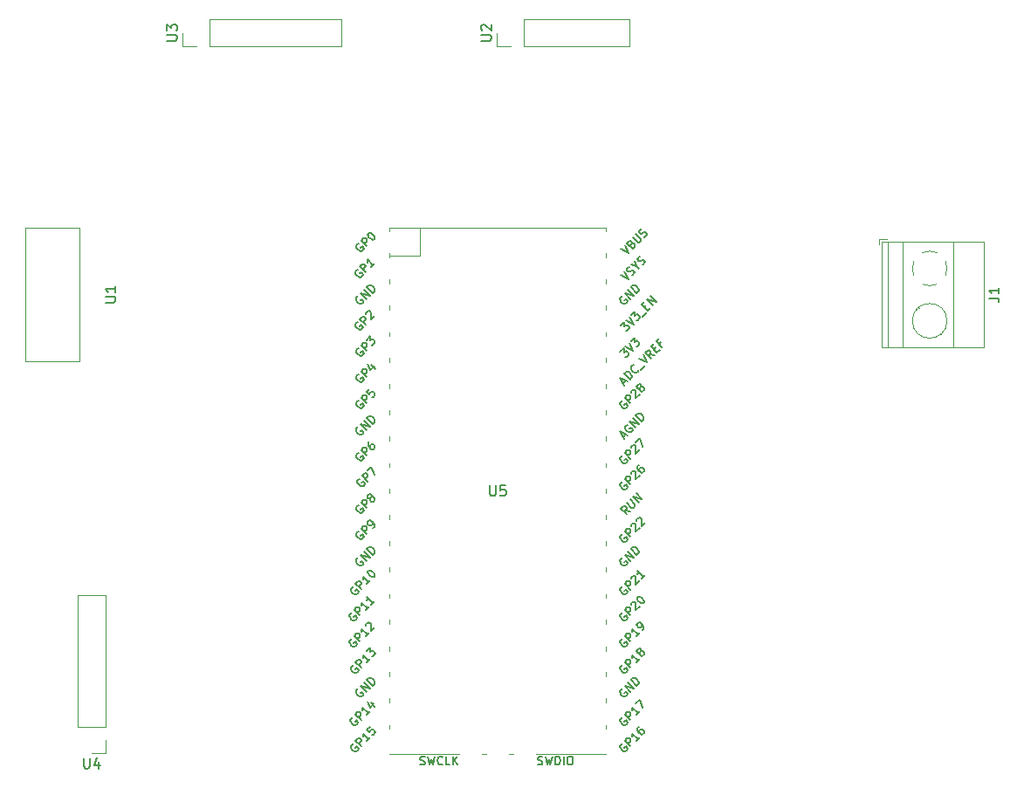
<source format=gbr>
%TF.GenerationSoftware,KiCad,Pcbnew,7.0.1*%
%TF.CreationDate,2023-04-18T18:49:40-05:00*%
%TF.ProjectId,pcb_design,7063625f-6465-4736-9967-6e2e6b696361,rev?*%
%TF.SameCoordinates,Original*%
%TF.FileFunction,Legend,Top*%
%TF.FilePolarity,Positive*%
%FSLAX46Y46*%
G04 Gerber Fmt 4.6, Leading zero omitted, Abs format (unit mm)*
G04 Created by KiCad (PCBNEW 7.0.1) date 2023-04-18 18:49:40*
%MOMM*%
%LPD*%
G01*
G04 APERTURE LIST*
%ADD10C,0.150000*%
%ADD11C,0.120000*%
G04 APERTURE END LIST*
D10*
%TO.C,J1*%
X206382619Y-71453333D02*
X207096904Y-71453333D01*
X207096904Y-71453333D02*
X207239761Y-71500952D01*
X207239761Y-71500952D02*
X207335000Y-71596190D01*
X207335000Y-71596190D02*
X207382619Y-71739047D01*
X207382619Y-71739047D02*
X207382619Y-71834285D01*
X207382619Y-70453333D02*
X207382619Y-71024761D01*
X207382619Y-70739047D02*
X206382619Y-70739047D01*
X206382619Y-70739047D02*
X206525476Y-70834285D01*
X206525476Y-70834285D02*
X206620714Y-70929523D01*
X206620714Y-70929523D02*
X206668333Y-71024761D01*
%TO.C,U5*%
X157988095Y-89632619D02*
X157988095Y-90442142D01*
X157988095Y-90442142D02*
X158035714Y-90537380D01*
X158035714Y-90537380D02*
X158083333Y-90585000D01*
X158083333Y-90585000D02*
X158178571Y-90632619D01*
X158178571Y-90632619D02*
X158369047Y-90632619D01*
X158369047Y-90632619D02*
X158464285Y-90585000D01*
X158464285Y-90585000D02*
X158511904Y-90537380D01*
X158511904Y-90537380D02*
X158559523Y-90442142D01*
X158559523Y-90442142D02*
X158559523Y-89632619D01*
X159511904Y-89632619D02*
X159035714Y-89632619D01*
X159035714Y-89632619D02*
X158988095Y-90108809D01*
X158988095Y-90108809D02*
X159035714Y-90061190D01*
X159035714Y-90061190D02*
X159130952Y-90013571D01*
X159130952Y-90013571D02*
X159369047Y-90013571D01*
X159369047Y-90013571D02*
X159464285Y-90061190D01*
X159464285Y-90061190D02*
X159511904Y-90108809D01*
X159511904Y-90108809D02*
X159559523Y-90204047D01*
X159559523Y-90204047D02*
X159559523Y-90442142D01*
X159559523Y-90442142D02*
X159511904Y-90537380D01*
X159511904Y-90537380D02*
X159464285Y-90585000D01*
X159464285Y-90585000D02*
X159369047Y-90632619D01*
X159369047Y-90632619D02*
X159130952Y-90632619D01*
X159130952Y-90632619D02*
X159035714Y-90585000D01*
X159035714Y-90585000D02*
X158988095Y-90537380D01*
X144599513Y-101996384D02*
X144518701Y-102023321D01*
X144518701Y-102023321D02*
X144437889Y-102104133D01*
X144437889Y-102104133D02*
X144384014Y-102211883D01*
X144384014Y-102211883D02*
X144384014Y-102319632D01*
X144384014Y-102319632D02*
X144410951Y-102400445D01*
X144410951Y-102400445D02*
X144491764Y-102535132D01*
X144491764Y-102535132D02*
X144572576Y-102615944D01*
X144572576Y-102615944D02*
X144707263Y-102696756D01*
X144707263Y-102696756D02*
X144788075Y-102723693D01*
X144788075Y-102723693D02*
X144895825Y-102723693D01*
X144895825Y-102723693D02*
X145003574Y-102669819D01*
X145003574Y-102669819D02*
X145057449Y-102615944D01*
X145057449Y-102615944D02*
X145111324Y-102508194D01*
X145111324Y-102508194D02*
X145111324Y-102454319D01*
X145111324Y-102454319D02*
X144922762Y-102265758D01*
X144922762Y-102265758D02*
X144815012Y-102373507D01*
X145407635Y-102265758D02*
X144841950Y-101700072D01*
X144841950Y-101700072D02*
X145057449Y-101484573D01*
X145057449Y-101484573D02*
X145138261Y-101457636D01*
X145138261Y-101457636D02*
X145192136Y-101457636D01*
X145192136Y-101457636D02*
X145272948Y-101484573D01*
X145272948Y-101484573D02*
X145353760Y-101565385D01*
X145353760Y-101565385D02*
X145380698Y-101646197D01*
X145380698Y-101646197D02*
X145380698Y-101700072D01*
X145380698Y-101700072D02*
X145353760Y-101780884D01*
X145353760Y-101780884D02*
X145138261Y-101996384D01*
X146269632Y-101403761D02*
X145946383Y-101727010D01*
X146108008Y-101565385D02*
X145542322Y-100999700D01*
X145542322Y-100999700D02*
X145569260Y-101134387D01*
X145569260Y-101134387D02*
X145569260Y-101242136D01*
X145569260Y-101242136D02*
X145542322Y-101322948D01*
X146808380Y-100865013D02*
X146485131Y-101188261D01*
X146646756Y-101026637D02*
X146081070Y-100460951D01*
X146081070Y-100460951D02*
X146108008Y-100595638D01*
X146108008Y-100595638D02*
X146108008Y-100703388D01*
X146108008Y-100703388D02*
X146081070Y-100784200D01*
X170907389Y-84916755D02*
X171176763Y-84647381D01*
X171015138Y-85132254D02*
X170638015Y-84378007D01*
X170638015Y-84378007D02*
X171392262Y-84755131D01*
X171338387Y-83731510D02*
X171257575Y-83758447D01*
X171257575Y-83758447D02*
X171176762Y-83839259D01*
X171176762Y-83839259D02*
X171122888Y-83947009D01*
X171122888Y-83947009D02*
X171122888Y-84054759D01*
X171122888Y-84054759D02*
X171149825Y-84135571D01*
X171149825Y-84135571D02*
X171230637Y-84270258D01*
X171230637Y-84270258D02*
X171311449Y-84351070D01*
X171311449Y-84351070D02*
X171446136Y-84431882D01*
X171446136Y-84431882D02*
X171526949Y-84458820D01*
X171526949Y-84458820D02*
X171634698Y-84458820D01*
X171634698Y-84458820D02*
X171742448Y-84404945D01*
X171742448Y-84404945D02*
X171796323Y-84351070D01*
X171796323Y-84351070D02*
X171850197Y-84243320D01*
X171850197Y-84243320D02*
X171850197Y-84189446D01*
X171850197Y-84189446D02*
X171661636Y-84000884D01*
X171661636Y-84000884D02*
X171553886Y-84108633D01*
X172146509Y-84000884D02*
X171580823Y-83435198D01*
X171580823Y-83435198D02*
X172469758Y-83677635D01*
X172469758Y-83677635D02*
X171904072Y-83111950D01*
X172739132Y-83408261D02*
X172173446Y-82842576D01*
X172173446Y-82842576D02*
X172308133Y-82707889D01*
X172308133Y-82707889D02*
X172415883Y-82654014D01*
X172415883Y-82654014D02*
X172523632Y-82654014D01*
X172523632Y-82654014D02*
X172604445Y-82680951D01*
X172604445Y-82680951D02*
X172739132Y-82761764D01*
X172739132Y-82761764D02*
X172819944Y-82842576D01*
X172819944Y-82842576D02*
X172900756Y-82977263D01*
X172900756Y-82977263D02*
X172927693Y-83058075D01*
X172927693Y-83058075D02*
X172927693Y-83165825D01*
X172927693Y-83165825D02*
X172873819Y-83273574D01*
X172873819Y-83273574D02*
X172739132Y-83408261D01*
X170841950Y-109373946D02*
X170761138Y-109400884D01*
X170761138Y-109400884D02*
X170680326Y-109481696D01*
X170680326Y-109481696D02*
X170626451Y-109589446D01*
X170626451Y-109589446D02*
X170626451Y-109697195D01*
X170626451Y-109697195D02*
X170653389Y-109778007D01*
X170653389Y-109778007D02*
X170734201Y-109912694D01*
X170734201Y-109912694D02*
X170815013Y-109993507D01*
X170815013Y-109993507D02*
X170949700Y-110074319D01*
X170949700Y-110074319D02*
X171030512Y-110101256D01*
X171030512Y-110101256D02*
X171138262Y-110101256D01*
X171138262Y-110101256D02*
X171246011Y-110047381D01*
X171246011Y-110047381D02*
X171299886Y-109993507D01*
X171299886Y-109993507D02*
X171353761Y-109885757D01*
X171353761Y-109885757D02*
X171353761Y-109831882D01*
X171353761Y-109831882D02*
X171165199Y-109643320D01*
X171165199Y-109643320D02*
X171057450Y-109751070D01*
X171650072Y-109643320D02*
X171084387Y-109077635D01*
X171084387Y-109077635D02*
X171973321Y-109320072D01*
X171973321Y-109320072D02*
X171407636Y-108754386D01*
X172242695Y-109050698D02*
X171677010Y-108485012D01*
X171677010Y-108485012D02*
X171811697Y-108350325D01*
X171811697Y-108350325D02*
X171919446Y-108296450D01*
X171919446Y-108296450D02*
X172027196Y-108296450D01*
X172027196Y-108296450D02*
X172108008Y-108323388D01*
X172108008Y-108323388D02*
X172242695Y-108404200D01*
X172242695Y-108404200D02*
X172323507Y-108485012D01*
X172323507Y-108485012D02*
X172404319Y-108619699D01*
X172404319Y-108619699D02*
X172431257Y-108700511D01*
X172431257Y-108700511D02*
X172431257Y-108808261D01*
X172431257Y-108808261D02*
X172377382Y-108916011D01*
X172377382Y-108916011D02*
X172242695Y-109050698D01*
X170708921Y-66703101D02*
X171463168Y-67080224D01*
X171463168Y-67080224D02*
X171086045Y-66325977D01*
X171732542Y-66218228D02*
X171840292Y-66164353D01*
X171840292Y-66164353D02*
X171894167Y-66164353D01*
X171894167Y-66164353D02*
X171974979Y-66191290D01*
X171974979Y-66191290D02*
X172055791Y-66272103D01*
X172055791Y-66272103D02*
X172082728Y-66352915D01*
X172082728Y-66352915D02*
X172082728Y-66406790D01*
X172082728Y-66406790D02*
X172055791Y-66487602D01*
X172055791Y-66487602D02*
X171840292Y-66703101D01*
X171840292Y-66703101D02*
X171274606Y-66137416D01*
X171274606Y-66137416D02*
X171463168Y-65948854D01*
X171463168Y-65948854D02*
X171543980Y-65921916D01*
X171543980Y-65921916D02*
X171597855Y-65921916D01*
X171597855Y-65921916D02*
X171678667Y-65948854D01*
X171678667Y-65948854D02*
X171732542Y-66002729D01*
X171732542Y-66002729D02*
X171759480Y-66083541D01*
X171759480Y-66083541D02*
X171759480Y-66137416D01*
X171759480Y-66137416D02*
X171732542Y-66218228D01*
X171732542Y-66218228D02*
X171543980Y-66406790D01*
X171840292Y-65571730D02*
X172298228Y-66029666D01*
X172298228Y-66029666D02*
X172379040Y-66056603D01*
X172379040Y-66056603D02*
X172432915Y-66056603D01*
X172432915Y-66056603D02*
X172513727Y-66029666D01*
X172513727Y-66029666D02*
X172621476Y-65921916D01*
X172621476Y-65921916D02*
X172648414Y-65841104D01*
X172648414Y-65841104D02*
X172648414Y-65787229D01*
X172648414Y-65787229D02*
X172621476Y-65706417D01*
X172621476Y-65706417D02*
X172163541Y-65248481D01*
X172944725Y-65544793D02*
X173052475Y-65490918D01*
X173052475Y-65490918D02*
X173187162Y-65356231D01*
X173187162Y-65356231D02*
X173214099Y-65275419D01*
X173214099Y-65275419D02*
X173214099Y-65221544D01*
X173214099Y-65221544D02*
X173187162Y-65140732D01*
X173187162Y-65140732D02*
X173133287Y-65086857D01*
X173133287Y-65086857D02*
X173052475Y-65059920D01*
X173052475Y-65059920D02*
X172998600Y-65059920D01*
X172998600Y-65059920D02*
X172917788Y-65086857D01*
X172917788Y-65086857D02*
X172783101Y-65167669D01*
X172783101Y-65167669D02*
X172702288Y-65194607D01*
X172702288Y-65194607D02*
X172648414Y-65194607D01*
X172648414Y-65194607D02*
X172567601Y-65167669D01*
X172567601Y-65167669D02*
X172513727Y-65113794D01*
X172513727Y-65113794D02*
X172486789Y-65032982D01*
X172486789Y-65032982D02*
X172486789Y-64979107D01*
X172486789Y-64979107D02*
X172513727Y-64898295D01*
X172513727Y-64898295D02*
X172648414Y-64763608D01*
X172648414Y-64763608D02*
X172756163Y-64709733D01*
X170841950Y-71273946D02*
X170761138Y-71300884D01*
X170761138Y-71300884D02*
X170680326Y-71381696D01*
X170680326Y-71381696D02*
X170626451Y-71489446D01*
X170626451Y-71489446D02*
X170626451Y-71597195D01*
X170626451Y-71597195D02*
X170653389Y-71678007D01*
X170653389Y-71678007D02*
X170734201Y-71812694D01*
X170734201Y-71812694D02*
X170815013Y-71893507D01*
X170815013Y-71893507D02*
X170949700Y-71974319D01*
X170949700Y-71974319D02*
X171030512Y-72001256D01*
X171030512Y-72001256D02*
X171138262Y-72001256D01*
X171138262Y-72001256D02*
X171246011Y-71947381D01*
X171246011Y-71947381D02*
X171299886Y-71893507D01*
X171299886Y-71893507D02*
X171353761Y-71785757D01*
X171353761Y-71785757D02*
X171353761Y-71731882D01*
X171353761Y-71731882D02*
X171165199Y-71543320D01*
X171165199Y-71543320D02*
X171057450Y-71651070D01*
X171650072Y-71543320D02*
X171084387Y-70977635D01*
X171084387Y-70977635D02*
X171973321Y-71220072D01*
X171973321Y-71220072D02*
X171407636Y-70654386D01*
X172242695Y-70950698D02*
X171677010Y-70385012D01*
X171677010Y-70385012D02*
X171811697Y-70250325D01*
X171811697Y-70250325D02*
X171919446Y-70196450D01*
X171919446Y-70196450D02*
X172027196Y-70196450D01*
X172027196Y-70196450D02*
X172108008Y-70223388D01*
X172108008Y-70223388D02*
X172242695Y-70304200D01*
X172242695Y-70304200D02*
X172323507Y-70385012D01*
X172323507Y-70385012D02*
X172404319Y-70519699D01*
X172404319Y-70519699D02*
X172431257Y-70600511D01*
X172431257Y-70600511D02*
X172431257Y-70708261D01*
X172431257Y-70708261D02*
X172377382Y-70816011D01*
X172377382Y-70816011D02*
X172242695Y-70950698D01*
X144745513Y-107076384D02*
X144664701Y-107103321D01*
X144664701Y-107103321D02*
X144583889Y-107184133D01*
X144583889Y-107184133D02*
X144530014Y-107291883D01*
X144530014Y-107291883D02*
X144530014Y-107399632D01*
X144530014Y-107399632D02*
X144556951Y-107480445D01*
X144556951Y-107480445D02*
X144637764Y-107615132D01*
X144637764Y-107615132D02*
X144718576Y-107695944D01*
X144718576Y-107695944D02*
X144853263Y-107776756D01*
X144853263Y-107776756D02*
X144934075Y-107803693D01*
X144934075Y-107803693D02*
X145041825Y-107803693D01*
X145041825Y-107803693D02*
X145149574Y-107749819D01*
X145149574Y-107749819D02*
X145203449Y-107695944D01*
X145203449Y-107695944D02*
X145257324Y-107588194D01*
X145257324Y-107588194D02*
X145257324Y-107534319D01*
X145257324Y-107534319D02*
X145068762Y-107345758D01*
X145068762Y-107345758D02*
X144961012Y-107453507D01*
X145553635Y-107345758D02*
X144987950Y-106780072D01*
X144987950Y-106780072D02*
X145203449Y-106564573D01*
X145203449Y-106564573D02*
X145284261Y-106537636D01*
X145284261Y-106537636D02*
X145338136Y-106537636D01*
X145338136Y-106537636D02*
X145418948Y-106564573D01*
X145418948Y-106564573D02*
X145499760Y-106645385D01*
X145499760Y-106645385D02*
X145526698Y-106726197D01*
X145526698Y-106726197D02*
X145526698Y-106780072D01*
X145526698Y-106780072D02*
X145499760Y-106860884D01*
X145499760Y-106860884D02*
X145284261Y-107076384D01*
X146415632Y-106483761D02*
X146092383Y-106807010D01*
X146254008Y-106645385D02*
X145688322Y-106079700D01*
X145688322Y-106079700D02*
X145715260Y-106214387D01*
X145715260Y-106214387D02*
X145715260Y-106322136D01*
X145715260Y-106322136D02*
X145688322Y-106402948D01*
X146038509Y-105729513D02*
X146388695Y-105379327D01*
X146388695Y-105379327D02*
X146415632Y-105783388D01*
X146415632Y-105783388D02*
X146496444Y-105702576D01*
X146496444Y-105702576D02*
X146577257Y-105675638D01*
X146577257Y-105675638D02*
X146631131Y-105675638D01*
X146631131Y-105675638D02*
X146711944Y-105702576D01*
X146711944Y-105702576D02*
X146846631Y-105837263D01*
X146846631Y-105837263D02*
X146873568Y-105918075D01*
X146873568Y-105918075D02*
X146873568Y-105971950D01*
X146873568Y-105971950D02*
X146846631Y-106052762D01*
X146846631Y-106052762D02*
X146685006Y-106214387D01*
X146685006Y-106214387D02*
X146604194Y-106241324D01*
X146604194Y-106241324D02*
X146550319Y-106241324D01*
X170910579Y-79709565D02*
X171179953Y-79440191D01*
X171018329Y-79925064D02*
X170641205Y-79170817D01*
X170641205Y-79170817D02*
X171395452Y-79547940D01*
X171584014Y-79359379D02*
X171018329Y-78793693D01*
X171018329Y-78793693D02*
X171153016Y-78659006D01*
X171153016Y-78659006D02*
X171260765Y-78605132D01*
X171260765Y-78605132D02*
X171368515Y-78605132D01*
X171368515Y-78605132D02*
X171449327Y-78632069D01*
X171449327Y-78632069D02*
X171584014Y-78712881D01*
X171584014Y-78712881D02*
X171664826Y-78793693D01*
X171664826Y-78793693D02*
X171745638Y-78928380D01*
X171745638Y-78928380D02*
X171772576Y-79009193D01*
X171772576Y-79009193D02*
X171772576Y-79116942D01*
X171772576Y-79116942D02*
X171718701Y-79224692D01*
X171718701Y-79224692D02*
X171584014Y-79359379D01*
X172419073Y-78416570D02*
X172419073Y-78470445D01*
X172419073Y-78470445D02*
X172365199Y-78578194D01*
X172365199Y-78578194D02*
X172311324Y-78632069D01*
X172311324Y-78632069D02*
X172203574Y-78685944D01*
X172203574Y-78685944D02*
X172095825Y-78685944D01*
X172095825Y-78685944D02*
X172015012Y-78659006D01*
X172015012Y-78659006D02*
X171880325Y-78578194D01*
X171880325Y-78578194D02*
X171799513Y-78497382D01*
X171799513Y-78497382D02*
X171718701Y-78362695D01*
X171718701Y-78362695D02*
X171691764Y-78281883D01*
X171691764Y-78281883D02*
X171691764Y-78174133D01*
X171691764Y-78174133D02*
X171745638Y-78066383D01*
X171745638Y-78066383D02*
X171799513Y-78012509D01*
X171799513Y-78012509D02*
X171907263Y-77958634D01*
X171907263Y-77958634D02*
X171961138Y-77958634D01*
X172634573Y-78416570D02*
X173065571Y-77985571D01*
X172499886Y-77312136D02*
X173254133Y-77689260D01*
X173254133Y-77689260D02*
X172877009Y-76935013D01*
X173954505Y-76988888D02*
X173496569Y-76908075D01*
X173631256Y-77312136D02*
X173065571Y-76746451D01*
X173065571Y-76746451D02*
X173281070Y-76530952D01*
X173281070Y-76530952D02*
X173361882Y-76504014D01*
X173361882Y-76504014D02*
X173415757Y-76504014D01*
X173415757Y-76504014D02*
X173496569Y-76530952D01*
X173496569Y-76530952D02*
X173577382Y-76611764D01*
X173577382Y-76611764D02*
X173604319Y-76692576D01*
X173604319Y-76692576D02*
X173604319Y-76746451D01*
X173604319Y-76746451D02*
X173577382Y-76827263D01*
X173577382Y-76827263D02*
X173361882Y-77042762D01*
X173900630Y-76450139D02*
X174089192Y-76261578D01*
X174466316Y-76477077D02*
X174196942Y-76746451D01*
X174196942Y-76746451D02*
X173631256Y-76180765D01*
X173631256Y-76180765D02*
X173900630Y-75911391D01*
X174601003Y-75749767D02*
X174412441Y-75938329D01*
X174708753Y-76234640D02*
X174143067Y-75668955D01*
X174143067Y-75668955D02*
X174412441Y-75399581D01*
X145268888Y-78867009D02*
X145188075Y-78893946D01*
X145188075Y-78893946D02*
X145107263Y-78974759D01*
X145107263Y-78974759D02*
X145053388Y-79082508D01*
X145053388Y-79082508D02*
X145053388Y-79190258D01*
X145053388Y-79190258D02*
X145080326Y-79271070D01*
X145080326Y-79271070D02*
X145161138Y-79405757D01*
X145161138Y-79405757D02*
X145241950Y-79486569D01*
X145241950Y-79486569D02*
X145376637Y-79567382D01*
X145376637Y-79567382D02*
X145457449Y-79594319D01*
X145457449Y-79594319D02*
X145565199Y-79594319D01*
X145565199Y-79594319D02*
X145672949Y-79540444D01*
X145672949Y-79540444D02*
X145726823Y-79486569D01*
X145726823Y-79486569D02*
X145780698Y-79378820D01*
X145780698Y-79378820D02*
X145780698Y-79324945D01*
X145780698Y-79324945D02*
X145592136Y-79136383D01*
X145592136Y-79136383D02*
X145484387Y-79244133D01*
X146077010Y-79136383D02*
X145511324Y-78570698D01*
X145511324Y-78570698D02*
X145726823Y-78355198D01*
X145726823Y-78355198D02*
X145807636Y-78328261D01*
X145807636Y-78328261D02*
X145861510Y-78328261D01*
X145861510Y-78328261D02*
X145942323Y-78355198D01*
X145942323Y-78355198D02*
X146023135Y-78436011D01*
X146023135Y-78436011D02*
X146050072Y-78516823D01*
X146050072Y-78516823D02*
X146050072Y-78570698D01*
X146050072Y-78570698D02*
X146023135Y-78651510D01*
X146023135Y-78651510D02*
X145807636Y-78867009D01*
X146508008Y-77951137D02*
X146885132Y-78328261D01*
X146157822Y-77870325D02*
X146427196Y-78409073D01*
X146427196Y-78409073D02*
X146777382Y-78058887D01*
X145368888Y-88997009D02*
X145288075Y-89023946D01*
X145288075Y-89023946D02*
X145207263Y-89104759D01*
X145207263Y-89104759D02*
X145153388Y-89212508D01*
X145153388Y-89212508D02*
X145153388Y-89320258D01*
X145153388Y-89320258D02*
X145180326Y-89401070D01*
X145180326Y-89401070D02*
X145261138Y-89535757D01*
X145261138Y-89535757D02*
X145341950Y-89616569D01*
X145341950Y-89616569D02*
X145476637Y-89697382D01*
X145476637Y-89697382D02*
X145557449Y-89724319D01*
X145557449Y-89724319D02*
X145665199Y-89724319D01*
X145665199Y-89724319D02*
X145772949Y-89670444D01*
X145772949Y-89670444D02*
X145826823Y-89616569D01*
X145826823Y-89616569D02*
X145880698Y-89508820D01*
X145880698Y-89508820D02*
X145880698Y-89454945D01*
X145880698Y-89454945D02*
X145692136Y-89266383D01*
X145692136Y-89266383D02*
X145584387Y-89374133D01*
X146177010Y-89266383D02*
X145611324Y-88700698D01*
X145611324Y-88700698D02*
X145826823Y-88485198D01*
X145826823Y-88485198D02*
X145907636Y-88458261D01*
X145907636Y-88458261D02*
X145961510Y-88458261D01*
X145961510Y-88458261D02*
X146042323Y-88485198D01*
X146042323Y-88485198D02*
X146123135Y-88566011D01*
X146123135Y-88566011D02*
X146150072Y-88646823D01*
X146150072Y-88646823D02*
X146150072Y-88700698D01*
X146150072Y-88700698D02*
X146123135Y-88781510D01*
X146123135Y-88781510D02*
X145907636Y-88997009D01*
X146123135Y-88188887D02*
X146500258Y-87811763D01*
X146500258Y-87811763D02*
X146823507Y-88619885D01*
X144745513Y-114696384D02*
X144664701Y-114723321D01*
X144664701Y-114723321D02*
X144583889Y-114804133D01*
X144583889Y-114804133D02*
X144530014Y-114911883D01*
X144530014Y-114911883D02*
X144530014Y-115019632D01*
X144530014Y-115019632D02*
X144556951Y-115100445D01*
X144556951Y-115100445D02*
X144637764Y-115235132D01*
X144637764Y-115235132D02*
X144718576Y-115315944D01*
X144718576Y-115315944D02*
X144853263Y-115396756D01*
X144853263Y-115396756D02*
X144934075Y-115423693D01*
X144934075Y-115423693D02*
X145041825Y-115423693D01*
X145041825Y-115423693D02*
X145149574Y-115369819D01*
X145149574Y-115369819D02*
X145203449Y-115315944D01*
X145203449Y-115315944D02*
X145257324Y-115208194D01*
X145257324Y-115208194D02*
X145257324Y-115154319D01*
X145257324Y-115154319D02*
X145068762Y-114965758D01*
X145068762Y-114965758D02*
X144961012Y-115073507D01*
X145553635Y-114965758D02*
X144987950Y-114400072D01*
X144987950Y-114400072D02*
X145203449Y-114184573D01*
X145203449Y-114184573D02*
X145284261Y-114157636D01*
X145284261Y-114157636D02*
X145338136Y-114157636D01*
X145338136Y-114157636D02*
X145418948Y-114184573D01*
X145418948Y-114184573D02*
X145499760Y-114265385D01*
X145499760Y-114265385D02*
X145526698Y-114346197D01*
X145526698Y-114346197D02*
X145526698Y-114400072D01*
X145526698Y-114400072D02*
X145499760Y-114480884D01*
X145499760Y-114480884D02*
X145284261Y-114696384D01*
X146415632Y-114103761D02*
X146092383Y-114427010D01*
X146254008Y-114265385D02*
X145688322Y-113699700D01*
X145688322Y-113699700D02*
X145715260Y-113834387D01*
X145715260Y-113834387D02*
X145715260Y-113942136D01*
X145715260Y-113942136D02*
X145688322Y-114022948D01*
X146361757Y-113026264D02*
X146092383Y-113295638D01*
X146092383Y-113295638D02*
X146334820Y-113591950D01*
X146334820Y-113591950D02*
X146334820Y-113538075D01*
X146334820Y-113538075D02*
X146361757Y-113457263D01*
X146361757Y-113457263D02*
X146496444Y-113322576D01*
X146496444Y-113322576D02*
X146577257Y-113295638D01*
X146577257Y-113295638D02*
X146631131Y-113295638D01*
X146631131Y-113295638D02*
X146711944Y-113322576D01*
X146711944Y-113322576D02*
X146846631Y-113457263D01*
X146846631Y-113457263D02*
X146873568Y-113538075D01*
X146873568Y-113538075D02*
X146873568Y-113591950D01*
X146873568Y-113591950D02*
X146846631Y-113672762D01*
X146846631Y-113672762D02*
X146711944Y-113807449D01*
X146711944Y-113807449D02*
X146631131Y-113834387D01*
X146631131Y-113834387D02*
X146577257Y-113834387D01*
X170853513Y-112156384D02*
X170772701Y-112183321D01*
X170772701Y-112183321D02*
X170691889Y-112264133D01*
X170691889Y-112264133D02*
X170638014Y-112371883D01*
X170638014Y-112371883D02*
X170638014Y-112479632D01*
X170638014Y-112479632D02*
X170664951Y-112560445D01*
X170664951Y-112560445D02*
X170745764Y-112695132D01*
X170745764Y-112695132D02*
X170826576Y-112775944D01*
X170826576Y-112775944D02*
X170961263Y-112856756D01*
X170961263Y-112856756D02*
X171042075Y-112883693D01*
X171042075Y-112883693D02*
X171149825Y-112883693D01*
X171149825Y-112883693D02*
X171257574Y-112829819D01*
X171257574Y-112829819D02*
X171311449Y-112775944D01*
X171311449Y-112775944D02*
X171365324Y-112668194D01*
X171365324Y-112668194D02*
X171365324Y-112614319D01*
X171365324Y-112614319D02*
X171176762Y-112425758D01*
X171176762Y-112425758D02*
X171069012Y-112533507D01*
X171661635Y-112425758D02*
X171095950Y-111860072D01*
X171095950Y-111860072D02*
X171311449Y-111644573D01*
X171311449Y-111644573D02*
X171392261Y-111617636D01*
X171392261Y-111617636D02*
X171446136Y-111617636D01*
X171446136Y-111617636D02*
X171526948Y-111644573D01*
X171526948Y-111644573D02*
X171607760Y-111725385D01*
X171607760Y-111725385D02*
X171634698Y-111806197D01*
X171634698Y-111806197D02*
X171634698Y-111860072D01*
X171634698Y-111860072D02*
X171607760Y-111940884D01*
X171607760Y-111940884D02*
X171392261Y-112156384D01*
X172523632Y-111563761D02*
X172200383Y-111887010D01*
X172362008Y-111725385D02*
X171796322Y-111159700D01*
X171796322Y-111159700D02*
X171823260Y-111294387D01*
X171823260Y-111294387D02*
X171823260Y-111402136D01*
X171823260Y-111402136D02*
X171796322Y-111482948D01*
X172146509Y-110809513D02*
X172523632Y-110432390D01*
X172523632Y-110432390D02*
X172846881Y-111240512D01*
X170853513Y-89296384D02*
X170772701Y-89323321D01*
X170772701Y-89323321D02*
X170691889Y-89404133D01*
X170691889Y-89404133D02*
X170638014Y-89511883D01*
X170638014Y-89511883D02*
X170638014Y-89619632D01*
X170638014Y-89619632D02*
X170664951Y-89700445D01*
X170664951Y-89700445D02*
X170745764Y-89835132D01*
X170745764Y-89835132D02*
X170826576Y-89915944D01*
X170826576Y-89915944D02*
X170961263Y-89996756D01*
X170961263Y-89996756D02*
X171042075Y-90023693D01*
X171042075Y-90023693D02*
X171149825Y-90023693D01*
X171149825Y-90023693D02*
X171257574Y-89969819D01*
X171257574Y-89969819D02*
X171311449Y-89915944D01*
X171311449Y-89915944D02*
X171365324Y-89808194D01*
X171365324Y-89808194D02*
X171365324Y-89754319D01*
X171365324Y-89754319D02*
X171176762Y-89565758D01*
X171176762Y-89565758D02*
X171069012Y-89673507D01*
X171661635Y-89565758D02*
X171095950Y-89000072D01*
X171095950Y-89000072D02*
X171311449Y-88784573D01*
X171311449Y-88784573D02*
X171392261Y-88757636D01*
X171392261Y-88757636D02*
X171446136Y-88757636D01*
X171446136Y-88757636D02*
X171526948Y-88784573D01*
X171526948Y-88784573D02*
X171607760Y-88865385D01*
X171607760Y-88865385D02*
X171634698Y-88946197D01*
X171634698Y-88946197D02*
X171634698Y-89000072D01*
X171634698Y-89000072D02*
X171607760Y-89080884D01*
X171607760Y-89080884D02*
X171392261Y-89296384D01*
X171688573Y-88515199D02*
X171688573Y-88461324D01*
X171688573Y-88461324D02*
X171715510Y-88380512D01*
X171715510Y-88380512D02*
X171850197Y-88245825D01*
X171850197Y-88245825D02*
X171931009Y-88218887D01*
X171931009Y-88218887D02*
X171984884Y-88218887D01*
X171984884Y-88218887D02*
X172065696Y-88245825D01*
X172065696Y-88245825D02*
X172119571Y-88299700D01*
X172119571Y-88299700D02*
X172173446Y-88407449D01*
X172173446Y-88407449D02*
X172173446Y-89053947D01*
X172173446Y-89053947D02*
X172523632Y-88703761D01*
X172442820Y-87653202D02*
X172335070Y-87760951D01*
X172335070Y-87760951D02*
X172308133Y-87841764D01*
X172308133Y-87841764D02*
X172308133Y-87895638D01*
X172308133Y-87895638D02*
X172335070Y-88030326D01*
X172335070Y-88030326D02*
X172415883Y-88165013D01*
X172415883Y-88165013D02*
X172631382Y-88380512D01*
X172631382Y-88380512D02*
X172712194Y-88407449D01*
X172712194Y-88407449D02*
X172766069Y-88407449D01*
X172766069Y-88407449D02*
X172846881Y-88380512D01*
X172846881Y-88380512D02*
X172954631Y-88272762D01*
X172954631Y-88272762D02*
X172981568Y-88191950D01*
X172981568Y-88191950D02*
X172981568Y-88138075D01*
X172981568Y-88138075D02*
X172954631Y-88057263D01*
X172954631Y-88057263D02*
X172819944Y-87922576D01*
X172819944Y-87922576D02*
X172739131Y-87895638D01*
X172739131Y-87895638D02*
X172685257Y-87895638D01*
X172685257Y-87895638D02*
X172604444Y-87922576D01*
X172604444Y-87922576D02*
X172496695Y-88030326D01*
X172496695Y-88030326D02*
X172469757Y-88111138D01*
X172469757Y-88111138D02*
X172469757Y-88165013D01*
X172469757Y-88165013D02*
X172496695Y-88245825D01*
X151240475Y-116702000D02*
X151354761Y-116740095D01*
X151354761Y-116740095D02*
X151545237Y-116740095D01*
X151545237Y-116740095D02*
X151621428Y-116702000D01*
X151621428Y-116702000D02*
X151659523Y-116663904D01*
X151659523Y-116663904D02*
X151697618Y-116587714D01*
X151697618Y-116587714D02*
X151697618Y-116511523D01*
X151697618Y-116511523D02*
X151659523Y-116435333D01*
X151659523Y-116435333D02*
X151621428Y-116397238D01*
X151621428Y-116397238D02*
X151545237Y-116359142D01*
X151545237Y-116359142D02*
X151392856Y-116321047D01*
X151392856Y-116321047D02*
X151316666Y-116282952D01*
X151316666Y-116282952D02*
X151278571Y-116244857D01*
X151278571Y-116244857D02*
X151240475Y-116168666D01*
X151240475Y-116168666D02*
X151240475Y-116092476D01*
X151240475Y-116092476D02*
X151278571Y-116016285D01*
X151278571Y-116016285D02*
X151316666Y-115978190D01*
X151316666Y-115978190D02*
X151392856Y-115940095D01*
X151392856Y-115940095D02*
X151583333Y-115940095D01*
X151583333Y-115940095D02*
X151697618Y-115978190D01*
X151964285Y-115940095D02*
X152154761Y-116740095D01*
X152154761Y-116740095D02*
X152307142Y-116168666D01*
X152307142Y-116168666D02*
X152459523Y-116740095D01*
X152459523Y-116740095D02*
X152650000Y-115940095D01*
X153411905Y-116663904D02*
X153373809Y-116702000D01*
X153373809Y-116702000D02*
X153259524Y-116740095D01*
X153259524Y-116740095D02*
X153183333Y-116740095D01*
X153183333Y-116740095D02*
X153069047Y-116702000D01*
X153069047Y-116702000D02*
X152992857Y-116625809D01*
X152992857Y-116625809D02*
X152954762Y-116549619D01*
X152954762Y-116549619D02*
X152916666Y-116397238D01*
X152916666Y-116397238D02*
X152916666Y-116282952D01*
X152916666Y-116282952D02*
X152954762Y-116130571D01*
X152954762Y-116130571D02*
X152992857Y-116054380D01*
X152992857Y-116054380D02*
X153069047Y-115978190D01*
X153069047Y-115978190D02*
X153183333Y-115940095D01*
X153183333Y-115940095D02*
X153259524Y-115940095D01*
X153259524Y-115940095D02*
X153373809Y-115978190D01*
X153373809Y-115978190D02*
X153411905Y-116016285D01*
X154135714Y-116740095D02*
X153754762Y-116740095D01*
X153754762Y-116740095D02*
X153754762Y-115940095D01*
X154402381Y-116740095D02*
X154402381Y-115940095D01*
X154859524Y-116740095D02*
X154516666Y-116282952D01*
X154859524Y-115940095D02*
X154402381Y-116397238D01*
X170677923Y-74134099D02*
X171028109Y-73783913D01*
X171028109Y-73783913D02*
X171055046Y-74187974D01*
X171055046Y-74187974D02*
X171135859Y-74107162D01*
X171135859Y-74107162D02*
X171216671Y-74080224D01*
X171216671Y-74080224D02*
X171270546Y-74080224D01*
X171270546Y-74080224D02*
X171351358Y-74107162D01*
X171351358Y-74107162D02*
X171486045Y-74241849D01*
X171486045Y-74241849D02*
X171512982Y-74322661D01*
X171512982Y-74322661D02*
X171512982Y-74376536D01*
X171512982Y-74376536D02*
X171486045Y-74457348D01*
X171486045Y-74457348D02*
X171324420Y-74618972D01*
X171324420Y-74618972D02*
X171243608Y-74645910D01*
X171243608Y-74645910D02*
X171189733Y-74645910D01*
X171189733Y-73622288D02*
X171943981Y-73999412D01*
X171943981Y-73999412D02*
X171566857Y-73245165D01*
X171701544Y-73110478D02*
X172051730Y-72760292D01*
X172051730Y-72760292D02*
X172078668Y-73164353D01*
X172078668Y-73164353D02*
X172159480Y-73083541D01*
X172159480Y-73083541D02*
X172240292Y-73056603D01*
X172240292Y-73056603D02*
X172294167Y-73056603D01*
X172294167Y-73056603D02*
X172374979Y-73083541D01*
X172374979Y-73083541D02*
X172509666Y-73218228D01*
X172509666Y-73218228D02*
X172536603Y-73299040D01*
X172536603Y-73299040D02*
X172536603Y-73352915D01*
X172536603Y-73352915D02*
X172509666Y-73433727D01*
X172509666Y-73433727D02*
X172348042Y-73595351D01*
X172348042Y-73595351D02*
X172267229Y-73622289D01*
X172267229Y-73622289D02*
X172213355Y-73622289D01*
X172779040Y-73272102D02*
X173210039Y-72841104D01*
X172994539Y-72356230D02*
X173183101Y-72167669D01*
X173560225Y-72383168D02*
X173290851Y-72652542D01*
X173290851Y-72652542D02*
X172725165Y-72086856D01*
X172725165Y-72086856D02*
X172994539Y-71817482D01*
X173802662Y-72140731D02*
X173236976Y-71575045D01*
X173236976Y-71575045D02*
X174125911Y-71817482D01*
X174125911Y-71817482D02*
X173560225Y-71251797D01*
X170645638Y-76666383D02*
X170995825Y-76316197D01*
X170995825Y-76316197D02*
X171022762Y-76720258D01*
X171022762Y-76720258D02*
X171103574Y-76639446D01*
X171103574Y-76639446D02*
X171184386Y-76612509D01*
X171184386Y-76612509D02*
X171238261Y-76612509D01*
X171238261Y-76612509D02*
X171319073Y-76639446D01*
X171319073Y-76639446D02*
X171453760Y-76774133D01*
X171453760Y-76774133D02*
X171480698Y-76854945D01*
X171480698Y-76854945D02*
X171480698Y-76908820D01*
X171480698Y-76908820D02*
X171453760Y-76989632D01*
X171453760Y-76989632D02*
X171292136Y-77151257D01*
X171292136Y-77151257D02*
X171211324Y-77178194D01*
X171211324Y-77178194D02*
X171157449Y-77178194D01*
X171157449Y-76154573D02*
X171911696Y-76531696D01*
X171911696Y-76531696D02*
X171534573Y-75777449D01*
X171669260Y-75642762D02*
X172019446Y-75292576D01*
X172019446Y-75292576D02*
X172046383Y-75696637D01*
X172046383Y-75696637D02*
X172127195Y-75615825D01*
X172127195Y-75615825D02*
X172208008Y-75588887D01*
X172208008Y-75588887D02*
X172261882Y-75588887D01*
X172261882Y-75588887D02*
X172342695Y-75615825D01*
X172342695Y-75615825D02*
X172477382Y-75750512D01*
X172477382Y-75750512D02*
X172504319Y-75831324D01*
X172504319Y-75831324D02*
X172504319Y-75885199D01*
X172504319Y-75885199D02*
X172477382Y-75966011D01*
X172477382Y-75966011D02*
X172315757Y-76127635D01*
X172315757Y-76127635D02*
X172234945Y-76154573D01*
X172234945Y-76154573D02*
X172181070Y-76154573D01*
X145268888Y-91567009D02*
X145188075Y-91593946D01*
X145188075Y-91593946D02*
X145107263Y-91674759D01*
X145107263Y-91674759D02*
X145053388Y-91782508D01*
X145053388Y-91782508D02*
X145053388Y-91890258D01*
X145053388Y-91890258D02*
X145080326Y-91971070D01*
X145080326Y-91971070D02*
X145161138Y-92105757D01*
X145161138Y-92105757D02*
X145241950Y-92186569D01*
X145241950Y-92186569D02*
X145376637Y-92267382D01*
X145376637Y-92267382D02*
X145457449Y-92294319D01*
X145457449Y-92294319D02*
X145565199Y-92294319D01*
X145565199Y-92294319D02*
X145672949Y-92240444D01*
X145672949Y-92240444D02*
X145726823Y-92186569D01*
X145726823Y-92186569D02*
X145780698Y-92078820D01*
X145780698Y-92078820D02*
X145780698Y-92024945D01*
X145780698Y-92024945D02*
X145592136Y-91836383D01*
X145592136Y-91836383D02*
X145484387Y-91944133D01*
X146077010Y-91836383D02*
X145511324Y-91270698D01*
X145511324Y-91270698D02*
X145726823Y-91055198D01*
X145726823Y-91055198D02*
X145807636Y-91028261D01*
X145807636Y-91028261D02*
X145861510Y-91028261D01*
X145861510Y-91028261D02*
X145942323Y-91055198D01*
X145942323Y-91055198D02*
X146023135Y-91136011D01*
X146023135Y-91136011D02*
X146050072Y-91216823D01*
X146050072Y-91216823D02*
X146050072Y-91270698D01*
X146050072Y-91270698D02*
X146023135Y-91351510D01*
X146023135Y-91351510D02*
X145807636Y-91567009D01*
X146400258Y-90866637D02*
X146319446Y-90893574D01*
X146319446Y-90893574D02*
X146265571Y-90893574D01*
X146265571Y-90893574D02*
X146184759Y-90866637D01*
X146184759Y-90866637D02*
X146157822Y-90839699D01*
X146157822Y-90839699D02*
X146130884Y-90758887D01*
X146130884Y-90758887D02*
X146130884Y-90705012D01*
X146130884Y-90705012D02*
X146157822Y-90624200D01*
X146157822Y-90624200D02*
X146265571Y-90516450D01*
X146265571Y-90516450D02*
X146346384Y-90489513D01*
X146346384Y-90489513D02*
X146400258Y-90489513D01*
X146400258Y-90489513D02*
X146481071Y-90516450D01*
X146481071Y-90516450D02*
X146508008Y-90543388D01*
X146508008Y-90543388D02*
X146534945Y-90624200D01*
X146534945Y-90624200D02*
X146534945Y-90678075D01*
X146534945Y-90678075D02*
X146508008Y-90758887D01*
X146508008Y-90758887D02*
X146400258Y-90866637D01*
X146400258Y-90866637D02*
X146373321Y-90947449D01*
X146373321Y-90947449D02*
X146373321Y-91001324D01*
X146373321Y-91001324D02*
X146400258Y-91082136D01*
X146400258Y-91082136D02*
X146508008Y-91189885D01*
X146508008Y-91189885D02*
X146588820Y-91216823D01*
X146588820Y-91216823D02*
X146642695Y-91216823D01*
X146642695Y-91216823D02*
X146723507Y-91189885D01*
X146723507Y-91189885D02*
X146831257Y-91082136D01*
X146831257Y-91082136D02*
X146858194Y-91001324D01*
X146858194Y-91001324D02*
X146858194Y-90947449D01*
X146858194Y-90947449D02*
X146831257Y-90866637D01*
X146831257Y-90866637D02*
X146723507Y-90758887D01*
X146723507Y-90758887D02*
X146642695Y-90731950D01*
X146642695Y-90731950D02*
X146588820Y-90731950D01*
X146588820Y-90731950D02*
X146508008Y-90758887D01*
X170853513Y-114696384D02*
X170772701Y-114723321D01*
X170772701Y-114723321D02*
X170691889Y-114804133D01*
X170691889Y-114804133D02*
X170638014Y-114911883D01*
X170638014Y-114911883D02*
X170638014Y-115019632D01*
X170638014Y-115019632D02*
X170664951Y-115100445D01*
X170664951Y-115100445D02*
X170745764Y-115235132D01*
X170745764Y-115235132D02*
X170826576Y-115315944D01*
X170826576Y-115315944D02*
X170961263Y-115396756D01*
X170961263Y-115396756D02*
X171042075Y-115423693D01*
X171042075Y-115423693D02*
X171149825Y-115423693D01*
X171149825Y-115423693D02*
X171257574Y-115369819D01*
X171257574Y-115369819D02*
X171311449Y-115315944D01*
X171311449Y-115315944D02*
X171365324Y-115208194D01*
X171365324Y-115208194D02*
X171365324Y-115154319D01*
X171365324Y-115154319D02*
X171176762Y-114965758D01*
X171176762Y-114965758D02*
X171069012Y-115073507D01*
X171661635Y-114965758D02*
X171095950Y-114400072D01*
X171095950Y-114400072D02*
X171311449Y-114184573D01*
X171311449Y-114184573D02*
X171392261Y-114157636D01*
X171392261Y-114157636D02*
X171446136Y-114157636D01*
X171446136Y-114157636D02*
X171526948Y-114184573D01*
X171526948Y-114184573D02*
X171607760Y-114265385D01*
X171607760Y-114265385D02*
X171634698Y-114346197D01*
X171634698Y-114346197D02*
X171634698Y-114400072D01*
X171634698Y-114400072D02*
X171607760Y-114480884D01*
X171607760Y-114480884D02*
X171392261Y-114696384D01*
X172523632Y-114103761D02*
X172200383Y-114427010D01*
X172362008Y-114265385D02*
X171796322Y-113699700D01*
X171796322Y-113699700D02*
X171823260Y-113834387D01*
X171823260Y-113834387D02*
X171823260Y-113942136D01*
X171823260Y-113942136D02*
X171796322Y-114022948D01*
X172442820Y-113053202D02*
X172335070Y-113160951D01*
X172335070Y-113160951D02*
X172308133Y-113241764D01*
X172308133Y-113241764D02*
X172308133Y-113295638D01*
X172308133Y-113295638D02*
X172335070Y-113430326D01*
X172335070Y-113430326D02*
X172415883Y-113565013D01*
X172415883Y-113565013D02*
X172631382Y-113780512D01*
X172631382Y-113780512D02*
X172712194Y-113807449D01*
X172712194Y-113807449D02*
X172766069Y-113807449D01*
X172766069Y-113807449D02*
X172846881Y-113780512D01*
X172846881Y-113780512D02*
X172954631Y-113672762D01*
X172954631Y-113672762D02*
X172981568Y-113591950D01*
X172981568Y-113591950D02*
X172981568Y-113538075D01*
X172981568Y-113538075D02*
X172954631Y-113457263D01*
X172954631Y-113457263D02*
X172819944Y-113322576D01*
X172819944Y-113322576D02*
X172739131Y-113295638D01*
X172739131Y-113295638D02*
X172685257Y-113295638D01*
X172685257Y-113295638D02*
X172604444Y-113322576D01*
X172604444Y-113322576D02*
X172496695Y-113430326D01*
X172496695Y-113430326D02*
X172469757Y-113511138D01*
X172469757Y-113511138D02*
X172469757Y-113565013D01*
X172469757Y-113565013D02*
X172496695Y-113645825D01*
X170841950Y-96673946D02*
X170761138Y-96700884D01*
X170761138Y-96700884D02*
X170680326Y-96781696D01*
X170680326Y-96781696D02*
X170626451Y-96889446D01*
X170626451Y-96889446D02*
X170626451Y-96997195D01*
X170626451Y-96997195D02*
X170653389Y-97078007D01*
X170653389Y-97078007D02*
X170734201Y-97212694D01*
X170734201Y-97212694D02*
X170815013Y-97293507D01*
X170815013Y-97293507D02*
X170949700Y-97374319D01*
X170949700Y-97374319D02*
X171030512Y-97401256D01*
X171030512Y-97401256D02*
X171138262Y-97401256D01*
X171138262Y-97401256D02*
X171246011Y-97347381D01*
X171246011Y-97347381D02*
X171299886Y-97293507D01*
X171299886Y-97293507D02*
X171353761Y-97185757D01*
X171353761Y-97185757D02*
X171353761Y-97131882D01*
X171353761Y-97131882D02*
X171165199Y-96943320D01*
X171165199Y-96943320D02*
X171057450Y-97051070D01*
X171650072Y-96943320D02*
X171084387Y-96377635D01*
X171084387Y-96377635D02*
X171973321Y-96620072D01*
X171973321Y-96620072D02*
X171407636Y-96054386D01*
X172242695Y-96350698D02*
X171677010Y-95785012D01*
X171677010Y-95785012D02*
X171811697Y-95650325D01*
X171811697Y-95650325D02*
X171919446Y-95596450D01*
X171919446Y-95596450D02*
X172027196Y-95596450D01*
X172027196Y-95596450D02*
X172108008Y-95623388D01*
X172108008Y-95623388D02*
X172242695Y-95704200D01*
X172242695Y-95704200D02*
X172323507Y-95785012D01*
X172323507Y-95785012D02*
X172404319Y-95919699D01*
X172404319Y-95919699D02*
X172431257Y-96000511D01*
X172431257Y-96000511D02*
X172431257Y-96108261D01*
X172431257Y-96108261D02*
X172377382Y-96216011D01*
X172377382Y-96216011D02*
X172242695Y-96350698D01*
X145241950Y-83973946D02*
X145161138Y-84000884D01*
X145161138Y-84000884D02*
X145080326Y-84081696D01*
X145080326Y-84081696D02*
X145026451Y-84189446D01*
X145026451Y-84189446D02*
X145026451Y-84297195D01*
X145026451Y-84297195D02*
X145053389Y-84378007D01*
X145053389Y-84378007D02*
X145134201Y-84512694D01*
X145134201Y-84512694D02*
X145215013Y-84593507D01*
X145215013Y-84593507D02*
X145349700Y-84674319D01*
X145349700Y-84674319D02*
X145430512Y-84701256D01*
X145430512Y-84701256D02*
X145538262Y-84701256D01*
X145538262Y-84701256D02*
X145646011Y-84647381D01*
X145646011Y-84647381D02*
X145699886Y-84593507D01*
X145699886Y-84593507D02*
X145753761Y-84485757D01*
X145753761Y-84485757D02*
X145753761Y-84431882D01*
X145753761Y-84431882D02*
X145565199Y-84243320D01*
X145565199Y-84243320D02*
X145457450Y-84351070D01*
X146050072Y-84243320D02*
X145484387Y-83677635D01*
X145484387Y-83677635D02*
X146373321Y-83920072D01*
X146373321Y-83920072D02*
X145807636Y-83354386D01*
X146642695Y-83650698D02*
X146077010Y-83085012D01*
X146077010Y-83085012D02*
X146211697Y-82950325D01*
X146211697Y-82950325D02*
X146319446Y-82896450D01*
X146319446Y-82896450D02*
X146427196Y-82896450D01*
X146427196Y-82896450D02*
X146508008Y-82923388D01*
X146508008Y-82923388D02*
X146642695Y-83004200D01*
X146642695Y-83004200D02*
X146723507Y-83085012D01*
X146723507Y-83085012D02*
X146804319Y-83219699D01*
X146804319Y-83219699D02*
X146831257Y-83300511D01*
X146831257Y-83300511D02*
X146831257Y-83408261D01*
X146831257Y-83408261D02*
X146777382Y-83516011D01*
X146777382Y-83516011D02*
X146642695Y-83650698D01*
X170853513Y-81422384D02*
X170772701Y-81449321D01*
X170772701Y-81449321D02*
X170691889Y-81530133D01*
X170691889Y-81530133D02*
X170638014Y-81637883D01*
X170638014Y-81637883D02*
X170638014Y-81745632D01*
X170638014Y-81745632D02*
X170664951Y-81826445D01*
X170664951Y-81826445D02*
X170745764Y-81961132D01*
X170745764Y-81961132D02*
X170826576Y-82041944D01*
X170826576Y-82041944D02*
X170961263Y-82122756D01*
X170961263Y-82122756D02*
X171042075Y-82149693D01*
X171042075Y-82149693D02*
X171149825Y-82149693D01*
X171149825Y-82149693D02*
X171257574Y-82095819D01*
X171257574Y-82095819D02*
X171311449Y-82041944D01*
X171311449Y-82041944D02*
X171365324Y-81934194D01*
X171365324Y-81934194D02*
X171365324Y-81880319D01*
X171365324Y-81880319D02*
X171176762Y-81691758D01*
X171176762Y-81691758D02*
X171069012Y-81799507D01*
X171661635Y-81691758D02*
X171095950Y-81126072D01*
X171095950Y-81126072D02*
X171311449Y-80910573D01*
X171311449Y-80910573D02*
X171392261Y-80883636D01*
X171392261Y-80883636D02*
X171446136Y-80883636D01*
X171446136Y-80883636D02*
X171526948Y-80910573D01*
X171526948Y-80910573D02*
X171607760Y-80991385D01*
X171607760Y-80991385D02*
X171634698Y-81072197D01*
X171634698Y-81072197D02*
X171634698Y-81126072D01*
X171634698Y-81126072D02*
X171607760Y-81206884D01*
X171607760Y-81206884D02*
X171392261Y-81422384D01*
X171688573Y-80641199D02*
X171688573Y-80587324D01*
X171688573Y-80587324D02*
X171715510Y-80506512D01*
X171715510Y-80506512D02*
X171850197Y-80371825D01*
X171850197Y-80371825D02*
X171931009Y-80344887D01*
X171931009Y-80344887D02*
X171984884Y-80344887D01*
X171984884Y-80344887D02*
X172065696Y-80371825D01*
X172065696Y-80371825D02*
X172119571Y-80425700D01*
X172119571Y-80425700D02*
X172173446Y-80533449D01*
X172173446Y-80533449D02*
X172173446Y-81179947D01*
X172173446Y-81179947D02*
X172523632Y-80829761D01*
X172523632Y-80183263D02*
X172442820Y-80210200D01*
X172442820Y-80210200D02*
X172388945Y-80210200D01*
X172388945Y-80210200D02*
X172308133Y-80183263D01*
X172308133Y-80183263D02*
X172281196Y-80156326D01*
X172281196Y-80156326D02*
X172254258Y-80075513D01*
X172254258Y-80075513D02*
X172254258Y-80021638D01*
X172254258Y-80021638D02*
X172281196Y-79940826D01*
X172281196Y-79940826D02*
X172388945Y-79833077D01*
X172388945Y-79833077D02*
X172469757Y-79806139D01*
X172469757Y-79806139D02*
X172523632Y-79806139D01*
X172523632Y-79806139D02*
X172604444Y-79833077D01*
X172604444Y-79833077D02*
X172631382Y-79860014D01*
X172631382Y-79860014D02*
X172658319Y-79940826D01*
X172658319Y-79940826D02*
X172658319Y-79994701D01*
X172658319Y-79994701D02*
X172631382Y-80075513D01*
X172631382Y-80075513D02*
X172523632Y-80183263D01*
X172523632Y-80183263D02*
X172496695Y-80264075D01*
X172496695Y-80264075D02*
X172496695Y-80317950D01*
X172496695Y-80317950D02*
X172523632Y-80398762D01*
X172523632Y-80398762D02*
X172631382Y-80506512D01*
X172631382Y-80506512D02*
X172712194Y-80533449D01*
X172712194Y-80533449D02*
X172766069Y-80533449D01*
X172766069Y-80533449D02*
X172846881Y-80506512D01*
X172846881Y-80506512D02*
X172954631Y-80398762D01*
X172954631Y-80398762D02*
X172981568Y-80317950D01*
X172981568Y-80317950D02*
X172981568Y-80264075D01*
X172981568Y-80264075D02*
X172954631Y-80183263D01*
X172954631Y-80183263D02*
X172846881Y-80075513D01*
X172846881Y-80075513D02*
X172766069Y-80048576D01*
X172766069Y-80048576D02*
X172712194Y-80048576D01*
X172712194Y-80048576D02*
X172631382Y-80075513D01*
X145268888Y-94107009D02*
X145188075Y-94133946D01*
X145188075Y-94133946D02*
X145107263Y-94214759D01*
X145107263Y-94214759D02*
X145053388Y-94322508D01*
X145053388Y-94322508D02*
X145053388Y-94430258D01*
X145053388Y-94430258D02*
X145080326Y-94511070D01*
X145080326Y-94511070D02*
X145161138Y-94645757D01*
X145161138Y-94645757D02*
X145241950Y-94726569D01*
X145241950Y-94726569D02*
X145376637Y-94807382D01*
X145376637Y-94807382D02*
X145457449Y-94834319D01*
X145457449Y-94834319D02*
X145565199Y-94834319D01*
X145565199Y-94834319D02*
X145672949Y-94780444D01*
X145672949Y-94780444D02*
X145726823Y-94726569D01*
X145726823Y-94726569D02*
X145780698Y-94618820D01*
X145780698Y-94618820D02*
X145780698Y-94564945D01*
X145780698Y-94564945D02*
X145592136Y-94376383D01*
X145592136Y-94376383D02*
X145484387Y-94484133D01*
X146077010Y-94376383D02*
X145511324Y-93810698D01*
X145511324Y-93810698D02*
X145726823Y-93595198D01*
X145726823Y-93595198D02*
X145807636Y-93568261D01*
X145807636Y-93568261D02*
X145861510Y-93568261D01*
X145861510Y-93568261D02*
X145942323Y-93595198D01*
X145942323Y-93595198D02*
X146023135Y-93676011D01*
X146023135Y-93676011D02*
X146050072Y-93756823D01*
X146050072Y-93756823D02*
X146050072Y-93810698D01*
X146050072Y-93810698D02*
X146023135Y-93891510D01*
X146023135Y-93891510D02*
X145807636Y-94107009D01*
X146669632Y-93783760D02*
X146777382Y-93676011D01*
X146777382Y-93676011D02*
X146804319Y-93595198D01*
X146804319Y-93595198D02*
X146804319Y-93541324D01*
X146804319Y-93541324D02*
X146777382Y-93406637D01*
X146777382Y-93406637D02*
X146696570Y-93271950D01*
X146696570Y-93271950D02*
X146481071Y-93056450D01*
X146481071Y-93056450D02*
X146400258Y-93029513D01*
X146400258Y-93029513D02*
X146346384Y-93029513D01*
X146346384Y-93029513D02*
X146265571Y-93056450D01*
X146265571Y-93056450D02*
X146157822Y-93164200D01*
X146157822Y-93164200D02*
X146130884Y-93245012D01*
X146130884Y-93245012D02*
X146130884Y-93298887D01*
X146130884Y-93298887D02*
X146157822Y-93379699D01*
X146157822Y-93379699D02*
X146292509Y-93514386D01*
X146292509Y-93514386D02*
X146373321Y-93541324D01*
X146373321Y-93541324D02*
X146427196Y-93541324D01*
X146427196Y-93541324D02*
X146508008Y-93514386D01*
X146508008Y-93514386D02*
X146615758Y-93406637D01*
X146615758Y-93406637D02*
X146642695Y-93325824D01*
X146642695Y-93325824D02*
X146642695Y-93271950D01*
X146642695Y-93271950D02*
X146615758Y-93191137D01*
X162654761Y-116702000D02*
X162769047Y-116740095D01*
X162769047Y-116740095D02*
X162959523Y-116740095D01*
X162959523Y-116740095D02*
X163035714Y-116702000D01*
X163035714Y-116702000D02*
X163073809Y-116663904D01*
X163073809Y-116663904D02*
X163111904Y-116587714D01*
X163111904Y-116587714D02*
X163111904Y-116511523D01*
X163111904Y-116511523D02*
X163073809Y-116435333D01*
X163073809Y-116435333D02*
X163035714Y-116397238D01*
X163035714Y-116397238D02*
X162959523Y-116359142D01*
X162959523Y-116359142D02*
X162807142Y-116321047D01*
X162807142Y-116321047D02*
X162730952Y-116282952D01*
X162730952Y-116282952D02*
X162692857Y-116244857D01*
X162692857Y-116244857D02*
X162654761Y-116168666D01*
X162654761Y-116168666D02*
X162654761Y-116092476D01*
X162654761Y-116092476D02*
X162692857Y-116016285D01*
X162692857Y-116016285D02*
X162730952Y-115978190D01*
X162730952Y-115978190D02*
X162807142Y-115940095D01*
X162807142Y-115940095D02*
X162997619Y-115940095D01*
X162997619Y-115940095D02*
X163111904Y-115978190D01*
X163378571Y-115940095D02*
X163569047Y-116740095D01*
X163569047Y-116740095D02*
X163721428Y-116168666D01*
X163721428Y-116168666D02*
X163873809Y-116740095D01*
X163873809Y-116740095D02*
X164064286Y-115940095D01*
X164369048Y-116740095D02*
X164369048Y-115940095D01*
X164369048Y-115940095D02*
X164559524Y-115940095D01*
X164559524Y-115940095D02*
X164673810Y-115978190D01*
X164673810Y-115978190D02*
X164750000Y-116054380D01*
X164750000Y-116054380D02*
X164788095Y-116130571D01*
X164788095Y-116130571D02*
X164826191Y-116282952D01*
X164826191Y-116282952D02*
X164826191Y-116397238D01*
X164826191Y-116397238D02*
X164788095Y-116549619D01*
X164788095Y-116549619D02*
X164750000Y-116625809D01*
X164750000Y-116625809D02*
X164673810Y-116702000D01*
X164673810Y-116702000D02*
X164559524Y-116740095D01*
X164559524Y-116740095D02*
X164369048Y-116740095D01*
X165169048Y-116740095D02*
X165169048Y-115940095D01*
X165702381Y-115940095D02*
X165854762Y-115940095D01*
X165854762Y-115940095D02*
X165930952Y-115978190D01*
X165930952Y-115978190D02*
X166007143Y-116054380D01*
X166007143Y-116054380D02*
X166045238Y-116206761D01*
X166045238Y-116206761D02*
X166045238Y-116473428D01*
X166045238Y-116473428D02*
X166007143Y-116625809D01*
X166007143Y-116625809D02*
X165930952Y-116702000D01*
X165930952Y-116702000D02*
X165854762Y-116740095D01*
X165854762Y-116740095D02*
X165702381Y-116740095D01*
X165702381Y-116740095D02*
X165626190Y-116702000D01*
X165626190Y-116702000D02*
X165550000Y-116625809D01*
X165550000Y-116625809D02*
X165511904Y-116473428D01*
X165511904Y-116473428D02*
X165511904Y-116206761D01*
X165511904Y-116206761D02*
X165550000Y-116054380D01*
X165550000Y-116054380D02*
X165626190Y-115978190D01*
X165626190Y-115978190D02*
X165702381Y-115940095D01*
X145268888Y-81407009D02*
X145188075Y-81433946D01*
X145188075Y-81433946D02*
X145107263Y-81514759D01*
X145107263Y-81514759D02*
X145053388Y-81622508D01*
X145053388Y-81622508D02*
X145053388Y-81730258D01*
X145053388Y-81730258D02*
X145080326Y-81811070D01*
X145080326Y-81811070D02*
X145161138Y-81945757D01*
X145161138Y-81945757D02*
X145241950Y-82026569D01*
X145241950Y-82026569D02*
X145376637Y-82107382D01*
X145376637Y-82107382D02*
X145457449Y-82134319D01*
X145457449Y-82134319D02*
X145565199Y-82134319D01*
X145565199Y-82134319D02*
X145672949Y-82080444D01*
X145672949Y-82080444D02*
X145726823Y-82026569D01*
X145726823Y-82026569D02*
X145780698Y-81918820D01*
X145780698Y-81918820D02*
X145780698Y-81864945D01*
X145780698Y-81864945D02*
X145592136Y-81676383D01*
X145592136Y-81676383D02*
X145484387Y-81784133D01*
X146077010Y-81676383D02*
X145511324Y-81110698D01*
X145511324Y-81110698D02*
X145726823Y-80895198D01*
X145726823Y-80895198D02*
X145807636Y-80868261D01*
X145807636Y-80868261D02*
X145861510Y-80868261D01*
X145861510Y-80868261D02*
X145942323Y-80895198D01*
X145942323Y-80895198D02*
X146023135Y-80976011D01*
X146023135Y-80976011D02*
X146050072Y-81056823D01*
X146050072Y-81056823D02*
X146050072Y-81110698D01*
X146050072Y-81110698D02*
X146023135Y-81191510D01*
X146023135Y-81191510D02*
X145807636Y-81407009D01*
X146346384Y-80275638D02*
X146077010Y-80545012D01*
X146077010Y-80545012D02*
X146319446Y-80841324D01*
X146319446Y-80841324D02*
X146319446Y-80787449D01*
X146319446Y-80787449D02*
X146346384Y-80706637D01*
X146346384Y-80706637D02*
X146481071Y-80571950D01*
X146481071Y-80571950D02*
X146561883Y-80545012D01*
X146561883Y-80545012D02*
X146615758Y-80545012D01*
X146615758Y-80545012D02*
X146696570Y-80571950D01*
X146696570Y-80571950D02*
X146831257Y-80706637D01*
X146831257Y-80706637D02*
X146858194Y-80787449D01*
X146858194Y-80787449D02*
X146858194Y-80841324D01*
X146858194Y-80841324D02*
X146831257Y-80922136D01*
X146831257Y-80922136D02*
X146696570Y-81056823D01*
X146696570Y-81056823D02*
X146615758Y-81083760D01*
X146615758Y-81083760D02*
X146561883Y-81083760D01*
X145268888Y-66167009D02*
X145188075Y-66193946D01*
X145188075Y-66193946D02*
X145107263Y-66274759D01*
X145107263Y-66274759D02*
X145053388Y-66382508D01*
X145053388Y-66382508D02*
X145053388Y-66490258D01*
X145053388Y-66490258D02*
X145080326Y-66571070D01*
X145080326Y-66571070D02*
X145161138Y-66705757D01*
X145161138Y-66705757D02*
X145241950Y-66786569D01*
X145241950Y-66786569D02*
X145376637Y-66867382D01*
X145376637Y-66867382D02*
X145457449Y-66894319D01*
X145457449Y-66894319D02*
X145565199Y-66894319D01*
X145565199Y-66894319D02*
X145672949Y-66840444D01*
X145672949Y-66840444D02*
X145726823Y-66786569D01*
X145726823Y-66786569D02*
X145780698Y-66678820D01*
X145780698Y-66678820D02*
X145780698Y-66624945D01*
X145780698Y-66624945D02*
X145592136Y-66436383D01*
X145592136Y-66436383D02*
X145484387Y-66544133D01*
X146077010Y-66436383D02*
X145511324Y-65870698D01*
X145511324Y-65870698D02*
X145726823Y-65655198D01*
X145726823Y-65655198D02*
X145807636Y-65628261D01*
X145807636Y-65628261D02*
X145861510Y-65628261D01*
X145861510Y-65628261D02*
X145942323Y-65655198D01*
X145942323Y-65655198D02*
X146023135Y-65736011D01*
X146023135Y-65736011D02*
X146050072Y-65816823D01*
X146050072Y-65816823D02*
X146050072Y-65870698D01*
X146050072Y-65870698D02*
X146023135Y-65951510D01*
X146023135Y-65951510D02*
X145807636Y-66167009D01*
X146184759Y-65197263D02*
X146238634Y-65143388D01*
X146238634Y-65143388D02*
X146319446Y-65116450D01*
X146319446Y-65116450D02*
X146373321Y-65116450D01*
X146373321Y-65116450D02*
X146454133Y-65143388D01*
X146454133Y-65143388D02*
X146588820Y-65224200D01*
X146588820Y-65224200D02*
X146723507Y-65358887D01*
X146723507Y-65358887D02*
X146804319Y-65493574D01*
X146804319Y-65493574D02*
X146831257Y-65574386D01*
X146831257Y-65574386D02*
X146831257Y-65628261D01*
X146831257Y-65628261D02*
X146804319Y-65709073D01*
X146804319Y-65709073D02*
X146750445Y-65762948D01*
X146750445Y-65762948D02*
X146669632Y-65789885D01*
X146669632Y-65789885D02*
X146615758Y-65789885D01*
X146615758Y-65789885D02*
X146534945Y-65762948D01*
X146534945Y-65762948D02*
X146400258Y-65682136D01*
X146400258Y-65682136D02*
X146265571Y-65547449D01*
X146265571Y-65547449D02*
X146184759Y-65412762D01*
X146184759Y-65412762D02*
X146157822Y-65331950D01*
X146157822Y-65331950D02*
X146157822Y-65278075D01*
X146157822Y-65278075D02*
X146184759Y-65197263D01*
X145268888Y-76327009D02*
X145188075Y-76353946D01*
X145188075Y-76353946D02*
X145107263Y-76434759D01*
X145107263Y-76434759D02*
X145053388Y-76542508D01*
X145053388Y-76542508D02*
X145053388Y-76650258D01*
X145053388Y-76650258D02*
X145080326Y-76731070D01*
X145080326Y-76731070D02*
X145161138Y-76865757D01*
X145161138Y-76865757D02*
X145241950Y-76946569D01*
X145241950Y-76946569D02*
X145376637Y-77027382D01*
X145376637Y-77027382D02*
X145457449Y-77054319D01*
X145457449Y-77054319D02*
X145565199Y-77054319D01*
X145565199Y-77054319D02*
X145672949Y-77000444D01*
X145672949Y-77000444D02*
X145726823Y-76946569D01*
X145726823Y-76946569D02*
X145780698Y-76838820D01*
X145780698Y-76838820D02*
X145780698Y-76784945D01*
X145780698Y-76784945D02*
X145592136Y-76596383D01*
X145592136Y-76596383D02*
X145484387Y-76704133D01*
X146077010Y-76596383D02*
X145511324Y-76030698D01*
X145511324Y-76030698D02*
X145726823Y-75815198D01*
X145726823Y-75815198D02*
X145807636Y-75788261D01*
X145807636Y-75788261D02*
X145861510Y-75788261D01*
X145861510Y-75788261D02*
X145942323Y-75815198D01*
X145942323Y-75815198D02*
X146023135Y-75896011D01*
X146023135Y-75896011D02*
X146050072Y-75976823D01*
X146050072Y-75976823D02*
X146050072Y-76030698D01*
X146050072Y-76030698D02*
X146023135Y-76111510D01*
X146023135Y-76111510D02*
X145807636Y-76327009D01*
X146023135Y-75518887D02*
X146373321Y-75168701D01*
X146373321Y-75168701D02*
X146400258Y-75572762D01*
X146400258Y-75572762D02*
X146481071Y-75491950D01*
X146481071Y-75491950D02*
X146561883Y-75465012D01*
X146561883Y-75465012D02*
X146615758Y-75465012D01*
X146615758Y-75465012D02*
X146696570Y-75491950D01*
X146696570Y-75491950D02*
X146831257Y-75626637D01*
X146831257Y-75626637D02*
X146858194Y-75707449D01*
X146858194Y-75707449D02*
X146858194Y-75761324D01*
X146858194Y-75761324D02*
X146831257Y-75842136D01*
X146831257Y-75842136D02*
X146669632Y-76003760D01*
X146669632Y-76003760D02*
X146588820Y-76030698D01*
X146588820Y-76030698D02*
X146534945Y-76030698D01*
X145241950Y-109373946D02*
X145161138Y-109400884D01*
X145161138Y-109400884D02*
X145080326Y-109481696D01*
X145080326Y-109481696D02*
X145026451Y-109589446D01*
X145026451Y-109589446D02*
X145026451Y-109697195D01*
X145026451Y-109697195D02*
X145053389Y-109778007D01*
X145053389Y-109778007D02*
X145134201Y-109912694D01*
X145134201Y-109912694D02*
X145215013Y-109993507D01*
X145215013Y-109993507D02*
X145349700Y-110074319D01*
X145349700Y-110074319D02*
X145430512Y-110101256D01*
X145430512Y-110101256D02*
X145538262Y-110101256D01*
X145538262Y-110101256D02*
X145646011Y-110047381D01*
X145646011Y-110047381D02*
X145699886Y-109993507D01*
X145699886Y-109993507D02*
X145753761Y-109885757D01*
X145753761Y-109885757D02*
X145753761Y-109831882D01*
X145753761Y-109831882D02*
X145565199Y-109643320D01*
X145565199Y-109643320D02*
X145457450Y-109751070D01*
X146050072Y-109643320D02*
X145484387Y-109077635D01*
X145484387Y-109077635D02*
X146373321Y-109320072D01*
X146373321Y-109320072D02*
X145807636Y-108754386D01*
X146642695Y-109050698D02*
X146077010Y-108485012D01*
X146077010Y-108485012D02*
X146211697Y-108350325D01*
X146211697Y-108350325D02*
X146319446Y-108296450D01*
X146319446Y-108296450D02*
X146427196Y-108296450D01*
X146427196Y-108296450D02*
X146508008Y-108323388D01*
X146508008Y-108323388D02*
X146642695Y-108404200D01*
X146642695Y-108404200D02*
X146723507Y-108485012D01*
X146723507Y-108485012D02*
X146804319Y-108619699D01*
X146804319Y-108619699D02*
X146831257Y-108700511D01*
X146831257Y-108700511D02*
X146831257Y-108808261D01*
X146831257Y-108808261D02*
X146777382Y-108916011D01*
X146777382Y-108916011D02*
X146642695Y-109050698D01*
X145241950Y-71273946D02*
X145161138Y-71300884D01*
X145161138Y-71300884D02*
X145080326Y-71381696D01*
X145080326Y-71381696D02*
X145026451Y-71489446D01*
X145026451Y-71489446D02*
X145026451Y-71597195D01*
X145026451Y-71597195D02*
X145053389Y-71678007D01*
X145053389Y-71678007D02*
X145134201Y-71812694D01*
X145134201Y-71812694D02*
X145215013Y-71893507D01*
X145215013Y-71893507D02*
X145349700Y-71974319D01*
X145349700Y-71974319D02*
X145430512Y-72001256D01*
X145430512Y-72001256D02*
X145538262Y-72001256D01*
X145538262Y-72001256D02*
X145646011Y-71947381D01*
X145646011Y-71947381D02*
X145699886Y-71893507D01*
X145699886Y-71893507D02*
X145753761Y-71785757D01*
X145753761Y-71785757D02*
X145753761Y-71731882D01*
X145753761Y-71731882D02*
X145565199Y-71543320D01*
X145565199Y-71543320D02*
X145457450Y-71651070D01*
X146050072Y-71543320D02*
X145484387Y-70977635D01*
X145484387Y-70977635D02*
X146373321Y-71220072D01*
X146373321Y-71220072D02*
X145807636Y-70654386D01*
X146642695Y-70950698D02*
X146077010Y-70385012D01*
X146077010Y-70385012D02*
X146211697Y-70250325D01*
X146211697Y-70250325D02*
X146319446Y-70196450D01*
X146319446Y-70196450D02*
X146427196Y-70196450D01*
X146427196Y-70196450D02*
X146508008Y-70223388D01*
X146508008Y-70223388D02*
X146642695Y-70304200D01*
X146642695Y-70304200D02*
X146723507Y-70385012D01*
X146723507Y-70385012D02*
X146804319Y-70519699D01*
X146804319Y-70519699D02*
X146831257Y-70600511D01*
X146831257Y-70600511D02*
X146831257Y-70708261D01*
X146831257Y-70708261D02*
X146777382Y-70816011D01*
X146777382Y-70816011D02*
X146642695Y-70950698D01*
X170853513Y-101996384D02*
X170772701Y-102023321D01*
X170772701Y-102023321D02*
X170691889Y-102104133D01*
X170691889Y-102104133D02*
X170638014Y-102211883D01*
X170638014Y-102211883D02*
X170638014Y-102319632D01*
X170638014Y-102319632D02*
X170664951Y-102400445D01*
X170664951Y-102400445D02*
X170745764Y-102535132D01*
X170745764Y-102535132D02*
X170826576Y-102615944D01*
X170826576Y-102615944D02*
X170961263Y-102696756D01*
X170961263Y-102696756D02*
X171042075Y-102723693D01*
X171042075Y-102723693D02*
X171149825Y-102723693D01*
X171149825Y-102723693D02*
X171257574Y-102669819D01*
X171257574Y-102669819D02*
X171311449Y-102615944D01*
X171311449Y-102615944D02*
X171365324Y-102508194D01*
X171365324Y-102508194D02*
X171365324Y-102454319D01*
X171365324Y-102454319D02*
X171176762Y-102265758D01*
X171176762Y-102265758D02*
X171069012Y-102373507D01*
X171661635Y-102265758D02*
X171095950Y-101700072D01*
X171095950Y-101700072D02*
X171311449Y-101484573D01*
X171311449Y-101484573D02*
X171392261Y-101457636D01*
X171392261Y-101457636D02*
X171446136Y-101457636D01*
X171446136Y-101457636D02*
X171526948Y-101484573D01*
X171526948Y-101484573D02*
X171607760Y-101565385D01*
X171607760Y-101565385D02*
X171634698Y-101646197D01*
X171634698Y-101646197D02*
X171634698Y-101700072D01*
X171634698Y-101700072D02*
X171607760Y-101780884D01*
X171607760Y-101780884D02*
X171392261Y-101996384D01*
X171688573Y-101215199D02*
X171688573Y-101161324D01*
X171688573Y-101161324D02*
X171715510Y-101080512D01*
X171715510Y-101080512D02*
X171850197Y-100945825D01*
X171850197Y-100945825D02*
X171931009Y-100918887D01*
X171931009Y-100918887D02*
X171984884Y-100918887D01*
X171984884Y-100918887D02*
X172065696Y-100945825D01*
X172065696Y-100945825D02*
X172119571Y-100999700D01*
X172119571Y-100999700D02*
X172173446Y-101107449D01*
X172173446Y-101107449D02*
X172173446Y-101753947D01*
X172173446Y-101753947D02*
X172523632Y-101403761D01*
X172308133Y-100487889D02*
X172362008Y-100434014D01*
X172362008Y-100434014D02*
X172442820Y-100407077D01*
X172442820Y-100407077D02*
X172496695Y-100407077D01*
X172496695Y-100407077D02*
X172577507Y-100434014D01*
X172577507Y-100434014D02*
X172712194Y-100514826D01*
X172712194Y-100514826D02*
X172846881Y-100649513D01*
X172846881Y-100649513D02*
X172927693Y-100784200D01*
X172927693Y-100784200D02*
X172954631Y-100865013D01*
X172954631Y-100865013D02*
X172954631Y-100918887D01*
X172954631Y-100918887D02*
X172927693Y-100999700D01*
X172927693Y-100999700D02*
X172873818Y-101053574D01*
X172873818Y-101053574D02*
X172793006Y-101080512D01*
X172793006Y-101080512D02*
X172739131Y-101080512D01*
X172739131Y-101080512D02*
X172658319Y-101053574D01*
X172658319Y-101053574D02*
X172523632Y-100972762D01*
X172523632Y-100972762D02*
X172388945Y-100838075D01*
X172388945Y-100838075D02*
X172308133Y-100703388D01*
X172308133Y-100703388D02*
X172281196Y-100622576D01*
X172281196Y-100622576D02*
X172281196Y-100568701D01*
X172281196Y-100568701D02*
X172308133Y-100487889D01*
X170853513Y-104536384D02*
X170772701Y-104563321D01*
X170772701Y-104563321D02*
X170691889Y-104644133D01*
X170691889Y-104644133D02*
X170638014Y-104751883D01*
X170638014Y-104751883D02*
X170638014Y-104859632D01*
X170638014Y-104859632D02*
X170664951Y-104940445D01*
X170664951Y-104940445D02*
X170745764Y-105075132D01*
X170745764Y-105075132D02*
X170826576Y-105155944D01*
X170826576Y-105155944D02*
X170961263Y-105236756D01*
X170961263Y-105236756D02*
X171042075Y-105263693D01*
X171042075Y-105263693D02*
X171149825Y-105263693D01*
X171149825Y-105263693D02*
X171257574Y-105209819D01*
X171257574Y-105209819D02*
X171311449Y-105155944D01*
X171311449Y-105155944D02*
X171365324Y-105048194D01*
X171365324Y-105048194D02*
X171365324Y-104994319D01*
X171365324Y-104994319D02*
X171176762Y-104805758D01*
X171176762Y-104805758D02*
X171069012Y-104913507D01*
X171661635Y-104805758D02*
X171095950Y-104240072D01*
X171095950Y-104240072D02*
X171311449Y-104024573D01*
X171311449Y-104024573D02*
X171392261Y-103997636D01*
X171392261Y-103997636D02*
X171446136Y-103997636D01*
X171446136Y-103997636D02*
X171526948Y-104024573D01*
X171526948Y-104024573D02*
X171607760Y-104105385D01*
X171607760Y-104105385D02*
X171634698Y-104186197D01*
X171634698Y-104186197D02*
X171634698Y-104240072D01*
X171634698Y-104240072D02*
X171607760Y-104320884D01*
X171607760Y-104320884D02*
X171392261Y-104536384D01*
X172523632Y-103943761D02*
X172200383Y-104267010D01*
X172362008Y-104105385D02*
X171796322Y-103539700D01*
X171796322Y-103539700D02*
X171823260Y-103674387D01*
X171823260Y-103674387D02*
X171823260Y-103782136D01*
X171823260Y-103782136D02*
X171796322Y-103862948D01*
X172793006Y-103674387D02*
X172900756Y-103566637D01*
X172900756Y-103566637D02*
X172927693Y-103485825D01*
X172927693Y-103485825D02*
X172927693Y-103431950D01*
X172927693Y-103431950D02*
X172900756Y-103297263D01*
X172900756Y-103297263D02*
X172819944Y-103162576D01*
X172819944Y-103162576D02*
X172604444Y-102947077D01*
X172604444Y-102947077D02*
X172523632Y-102920139D01*
X172523632Y-102920139D02*
X172469757Y-102920139D01*
X172469757Y-102920139D02*
X172388945Y-102947077D01*
X172388945Y-102947077D02*
X172281196Y-103054826D01*
X172281196Y-103054826D02*
X172254258Y-103135638D01*
X172254258Y-103135638D02*
X172254258Y-103189513D01*
X172254258Y-103189513D02*
X172281196Y-103270326D01*
X172281196Y-103270326D02*
X172415883Y-103405013D01*
X172415883Y-103405013D02*
X172496695Y-103431950D01*
X172496695Y-103431950D02*
X172550570Y-103431950D01*
X172550570Y-103431950D02*
X172631382Y-103405013D01*
X172631382Y-103405013D02*
X172739131Y-103297263D01*
X172739131Y-103297263D02*
X172766069Y-103216451D01*
X172766069Y-103216451D02*
X172766069Y-103162576D01*
X172766069Y-103162576D02*
X172739131Y-103081764D01*
X145168888Y-73787009D02*
X145088075Y-73813946D01*
X145088075Y-73813946D02*
X145007263Y-73894759D01*
X145007263Y-73894759D02*
X144953388Y-74002508D01*
X144953388Y-74002508D02*
X144953388Y-74110258D01*
X144953388Y-74110258D02*
X144980326Y-74191070D01*
X144980326Y-74191070D02*
X145061138Y-74325757D01*
X145061138Y-74325757D02*
X145141950Y-74406569D01*
X145141950Y-74406569D02*
X145276637Y-74487382D01*
X145276637Y-74487382D02*
X145357449Y-74514319D01*
X145357449Y-74514319D02*
X145465199Y-74514319D01*
X145465199Y-74514319D02*
X145572949Y-74460444D01*
X145572949Y-74460444D02*
X145626823Y-74406569D01*
X145626823Y-74406569D02*
X145680698Y-74298820D01*
X145680698Y-74298820D02*
X145680698Y-74244945D01*
X145680698Y-74244945D02*
X145492136Y-74056383D01*
X145492136Y-74056383D02*
X145384387Y-74164133D01*
X145977010Y-74056383D02*
X145411324Y-73490698D01*
X145411324Y-73490698D02*
X145626823Y-73275198D01*
X145626823Y-73275198D02*
X145707636Y-73248261D01*
X145707636Y-73248261D02*
X145761510Y-73248261D01*
X145761510Y-73248261D02*
X145842323Y-73275198D01*
X145842323Y-73275198D02*
X145923135Y-73356011D01*
X145923135Y-73356011D02*
X145950072Y-73436823D01*
X145950072Y-73436823D02*
X145950072Y-73490698D01*
X145950072Y-73490698D02*
X145923135Y-73571510D01*
X145923135Y-73571510D02*
X145707636Y-73787009D01*
X146003947Y-73005824D02*
X146003947Y-72951950D01*
X146003947Y-72951950D02*
X146030884Y-72871137D01*
X146030884Y-72871137D02*
X146165571Y-72736450D01*
X146165571Y-72736450D02*
X146246384Y-72709513D01*
X146246384Y-72709513D02*
X146300258Y-72709513D01*
X146300258Y-72709513D02*
X146381071Y-72736450D01*
X146381071Y-72736450D02*
X146434945Y-72790325D01*
X146434945Y-72790325D02*
X146488820Y-72898075D01*
X146488820Y-72898075D02*
X146488820Y-73544572D01*
X146488820Y-73544572D02*
X146839006Y-73194386D01*
X170853513Y-107076384D02*
X170772701Y-107103321D01*
X170772701Y-107103321D02*
X170691889Y-107184133D01*
X170691889Y-107184133D02*
X170638014Y-107291883D01*
X170638014Y-107291883D02*
X170638014Y-107399632D01*
X170638014Y-107399632D02*
X170664951Y-107480445D01*
X170664951Y-107480445D02*
X170745764Y-107615132D01*
X170745764Y-107615132D02*
X170826576Y-107695944D01*
X170826576Y-107695944D02*
X170961263Y-107776756D01*
X170961263Y-107776756D02*
X171042075Y-107803693D01*
X171042075Y-107803693D02*
X171149825Y-107803693D01*
X171149825Y-107803693D02*
X171257574Y-107749819D01*
X171257574Y-107749819D02*
X171311449Y-107695944D01*
X171311449Y-107695944D02*
X171365324Y-107588194D01*
X171365324Y-107588194D02*
X171365324Y-107534319D01*
X171365324Y-107534319D02*
X171176762Y-107345758D01*
X171176762Y-107345758D02*
X171069012Y-107453507D01*
X171661635Y-107345758D02*
X171095950Y-106780072D01*
X171095950Y-106780072D02*
X171311449Y-106564573D01*
X171311449Y-106564573D02*
X171392261Y-106537636D01*
X171392261Y-106537636D02*
X171446136Y-106537636D01*
X171446136Y-106537636D02*
X171526948Y-106564573D01*
X171526948Y-106564573D02*
X171607760Y-106645385D01*
X171607760Y-106645385D02*
X171634698Y-106726197D01*
X171634698Y-106726197D02*
X171634698Y-106780072D01*
X171634698Y-106780072D02*
X171607760Y-106860884D01*
X171607760Y-106860884D02*
X171392261Y-107076384D01*
X172523632Y-106483761D02*
X172200383Y-106807010D01*
X172362008Y-106645385D02*
X171796322Y-106079700D01*
X171796322Y-106079700D02*
X171823260Y-106214387D01*
X171823260Y-106214387D02*
X171823260Y-106322136D01*
X171823260Y-106322136D02*
X171796322Y-106402948D01*
X172523632Y-105837263D02*
X172442820Y-105864200D01*
X172442820Y-105864200D02*
X172388945Y-105864200D01*
X172388945Y-105864200D02*
X172308133Y-105837263D01*
X172308133Y-105837263D02*
X172281196Y-105810326D01*
X172281196Y-105810326D02*
X172254258Y-105729513D01*
X172254258Y-105729513D02*
X172254258Y-105675638D01*
X172254258Y-105675638D02*
X172281196Y-105594826D01*
X172281196Y-105594826D02*
X172388945Y-105487077D01*
X172388945Y-105487077D02*
X172469757Y-105460139D01*
X172469757Y-105460139D02*
X172523632Y-105460139D01*
X172523632Y-105460139D02*
X172604444Y-105487077D01*
X172604444Y-105487077D02*
X172631382Y-105514014D01*
X172631382Y-105514014D02*
X172658319Y-105594826D01*
X172658319Y-105594826D02*
X172658319Y-105648701D01*
X172658319Y-105648701D02*
X172631382Y-105729513D01*
X172631382Y-105729513D02*
X172523632Y-105837263D01*
X172523632Y-105837263D02*
X172496695Y-105918075D01*
X172496695Y-105918075D02*
X172496695Y-105971950D01*
X172496695Y-105971950D02*
X172523632Y-106052762D01*
X172523632Y-106052762D02*
X172631382Y-106160512D01*
X172631382Y-106160512D02*
X172712194Y-106187449D01*
X172712194Y-106187449D02*
X172766069Y-106187449D01*
X172766069Y-106187449D02*
X172846881Y-106160512D01*
X172846881Y-106160512D02*
X172954631Y-106052762D01*
X172954631Y-106052762D02*
X172981568Y-105971950D01*
X172981568Y-105971950D02*
X172981568Y-105918075D01*
X172981568Y-105918075D02*
X172954631Y-105837263D01*
X172954631Y-105837263D02*
X172846881Y-105729513D01*
X172846881Y-105729513D02*
X172766069Y-105702576D01*
X172766069Y-105702576D02*
X172712194Y-105702576D01*
X172712194Y-105702576D02*
X172631382Y-105729513D01*
X145268888Y-86487009D02*
X145188075Y-86513946D01*
X145188075Y-86513946D02*
X145107263Y-86594759D01*
X145107263Y-86594759D02*
X145053388Y-86702508D01*
X145053388Y-86702508D02*
X145053388Y-86810258D01*
X145053388Y-86810258D02*
X145080326Y-86891070D01*
X145080326Y-86891070D02*
X145161138Y-87025757D01*
X145161138Y-87025757D02*
X145241950Y-87106569D01*
X145241950Y-87106569D02*
X145376637Y-87187382D01*
X145376637Y-87187382D02*
X145457449Y-87214319D01*
X145457449Y-87214319D02*
X145565199Y-87214319D01*
X145565199Y-87214319D02*
X145672949Y-87160444D01*
X145672949Y-87160444D02*
X145726823Y-87106569D01*
X145726823Y-87106569D02*
X145780698Y-86998820D01*
X145780698Y-86998820D02*
X145780698Y-86944945D01*
X145780698Y-86944945D02*
X145592136Y-86756383D01*
X145592136Y-86756383D02*
X145484387Y-86864133D01*
X146077010Y-86756383D02*
X145511324Y-86190698D01*
X145511324Y-86190698D02*
X145726823Y-85975198D01*
X145726823Y-85975198D02*
X145807636Y-85948261D01*
X145807636Y-85948261D02*
X145861510Y-85948261D01*
X145861510Y-85948261D02*
X145942323Y-85975198D01*
X145942323Y-85975198D02*
X146023135Y-86056011D01*
X146023135Y-86056011D02*
X146050072Y-86136823D01*
X146050072Y-86136823D02*
X146050072Y-86190698D01*
X146050072Y-86190698D02*
X146023135Y-86271510D01*
X146023135Y-86271510D02*
X145807636Y-86487009D01*
X146319446Y-85382576D02*
X146211697Y-85490325D01*
X146211697Y-85490325D02*
X146184759Y-85571137D01*
X146184759Y-85571137D02*
X146184759Y-85625012D01*
X146184759Y-85625012D02*
X146211697Y-85759699D01*
X146211697Y-85759699D02*
X146292509Y-85894386D01*
X146292509Y-85894386D02*
X146508008Y-86109885D01*
X146508008Y-86109885D02*
X146588820Y-86136823D01*
X146588820Y-86136823D02*
X146642695Y-86136823D01*
X146642695Y-86136823D02*
X146723507Y-86109885D01*
X146723507Y-86109885D02*
X146831257Y-86002136D01*
X146831257Y-86002136D02*
X146858194Y-85921324D01*
X146858194Y-85921324D02*
X146858194Y-85867449D01*
X146858194Y-85867449D02*
X146831257Y-85786637D01*
X146831257Y-85786637D02*
X146696570Y-85651950D01*
X146696570Y-85651950D02*
X146615758Y-85625012D01*
X146615758Y-85625012D02*
X146561883Y-85625012D01*
X146561883Y-85625012D02*
X146481071Y-85651950D01*
X146481071Y-85651950D02*
X146373321Y-85759699D01*
X146373321Y-85759699D02*
X146346384Y-85840511D01*
X146346384Y-85840511D02*
X146346384Y-85894386D01*
X146346384Y-85894386D02*
X146373321Y-85975198D01*
X170853513Y-99466384D02*
X170772701Y-99493321D01*
X170772701Y-99493321D02*
X170691889Y-99574133D01*
X170691889Y-99574133D02*
X170638014Y-99681883D01*
X170638014Y-99681883D02*
X170638014Y-99789632D01*
X170638014Y-99789632D02*
X170664951Y-99870445D01*
X170664951Y-99870445D02*
X170745764Y-100005132D01*
X170745764Y-100005132D02*
X170826576Y-100085944D01*
X170826576Y-100085944D02*
X170961263Y-100166756D01*
X170961263Y-100166756D02*
X171042075Y-100193693D01*
X171042075Y-100193693D02*
X171149825Y-100193693D01*
X171149825Y-100193693D02*
X171257574Y-100139819D01*
X171257574Y-100139819D02*
X171311449Y-100085944D01*
X171311449Y-100085944D02*
X171365324Y-99978194D01*
X171365324Y-99978194D02*
X171365324Y-99924319D01*
X171365324Y-99924319D02*
X171176762Y-99735758D01*
X171176762Y-99735758D02*
X171069012Y-99843507D01*
X171661635Y-99735758D02*
X171095950Y-99170072D01*
X171095950Y-99170072D02*
X171311449Y-98954573D01*
X171311449Y-98954573D02*
X171392261Y-98927636D01*
X171392261Y-98927636D02*
X171446136Y-98927636D01*
X171446136Y-98927636D02*
X171526948Y-98954573D01*
X171526948Y-98954573D02*
X171607760Y-99035385D01*
X171607760Y-99035385D02*
X171634698Y-99116197D01*
X171634698Y-99116197D02*
X171634698Y-99170072D01*
X171634698Y-99170072D02*
X171607760Y-99250884D01*
X171607760Y-99250884D02*
X171392261Y-99466384D01*
X171688573Y-98685199D02*
X171688573Y-98631324D01*
X171688573Y-98631324D02*
X171715510Y-98550512D01*
X171715510Y-98550512D02*
X171850197Y-98415825D01*
X171850197Y-98415825D02*
X171931009Y-98388887D01*
X171931009Y-98388887D02*
X171984884Y-98388887D01*
X171984884Y-98388887D02*
X172065696Y-98415825D01*
X172065696Y-98415825D02*
X172119571Y-98469700D01*
X172119571Y-98469700D02*
X172173446Y-98577449D01*
X172173446Y-98577449D02*
X172173446Y-99223947D01*
X172173446Y-99223947D02*
X172523632Y-98873761D01*
X173062380Y-98335013D02*
X172739131Y-98658261D01*
X172900756Y-98496637D02*
X172335070Y-97930951D01*
X172335070Y-97930951D02*
X172362008Y-98065638D01*
X172362008Y-98065638D02*
X172362008Y-98173388D01*
X172362008Y-98173388D02*
X172335070Y-98254200D01*
X170853513Y-94376384D02*
X170772701Y-94403321D01*
X170772701Y-94403321D02*
X170691889Y-94484133D01*
X170691889Y-94484133D02*
X170638014Y-94591883D01*
X170638014Y-94591883D02*
X170638014Y-94699632D01*
X170638014Y-94699632D02*
X170664951Y-94780445D01*
X170664951Y-94780445D02*
X170745764Y-94915132D01*
X170745764Y-94915132D02*
X170826576Y-94995944D01*
X170826576Y-94995944D02*
X170961263Y-95076756D01*
X170961263Y-95076756D02*
X171042075Y-95103693D01*
X171042075Y-95103693D02*
X171149825Y-95103693D01*
X171149825Y-95103693D02*
X171257574Y-95049819D01*
X171257574Y-95049819D02*
X171311449Y-94995944D01*
X171311449Y-94995944D02*
X171365324Y-94888194D01*
X171365324Y-94888194D02*
X171365324Y-94834319D01*
X171365324Y-94834319D02*
X171176762Y-94645758D01*
X171176762Y-94645758D02*
X171069012Y-94753507D01*
X171661635Y-94645758D02*
X171095950Y-94080072D01*
X171095950Y-94080072D02*
X171311449Y-93864573D01*
X171311449Y-93864573D02*
X171392261Y-93837636D01*
X171392261Y-93837636D02*
X171446136Y-93837636D01*
X171446136Y-93837636D02*
X171526948Y-93864573D01*
X171526948Y-93864573D02*
X171607760Y-93945385D01*
X171607760Y-93945385D02*
X171634698Y-94026197D01*
X171634698Y-94026197D02*
X171634698Y-94080072D01*
X171634698Y-94080072D02*
X171607760Y-94160884D01*
X171607760Y-94160884D02*
X171392261Y-94376384D01*
X171688573Y-93595199D02*
X171688573Y-93541324D01*
X171688573Y-93541324D02*
X171715510Y-93460512D01*
X171715510Y-93460512D02*
X171850197Y-93325825D01*
X171850197Y-93325825D02*
X171931009Y-93298887D01*
X171931009Y-93298887D02*
X171984884Y-93298887D01*
X171984884Y-93298887D02*
X172065696Y-93325825D01*
X172065696Y-93325825D02*
X172119571Y-93379700D01*
X172119571Y-93379700D02*
X172173446Y-93487449D01*
X172173446Y-93487449D02*
X172173446Y-94133947D01*
X172173446Y-94133947D02*
X172523632Y-93783761D01*
X172227321Y-93056451D02*
X172227321Y-93002576D01*
X172227321Y-93002576D02*
X172254258Y-92921764D01*
X172254258Y-92921764D02*
X172388945Y-92787077D01*
X172388945Y-92787077D02*
X172469757Y-92760139D01*
X172469757Y-92760139D02*
X172523632Y-92760139D01*
X172523632Y-92760139D02*
X172604444Y-92787077D01*
X172604444Y-92787077D02*
X172658319Y-92840951D01*
X172658319Y-92840951D02*
X172712194Y-92948701D01*
X172712194Y-92948701D02*
X172712194Y-93595199D01*
X172712194Y-93595199D02*
X173062380Y-93245013D01*
X145241950Y-96673946D02*
X145161138Y-96700884D01*
X145161138Y-96700884D02*
X145080326Y-96781696D01*
X145080326Y-96781696D02*
X145026451Y-96889446D01*
X145026451Y-96889446D02*
X145026451Y-96997195D01*
X145026451Y-96997195D02*
X145053389Y-97078007D01*
X145053389Y-97078007D02*
X145134201Y-97212694D01*
X145134201Y-97212694D02*
X145215013Y-97293507D01*
X145215013Y-97293507D02*
X145349700Y-97374319D01*
X145349700Y-97374319D02*
X145430512Y-97401256D01*
X145430512Y-97401256D02*
X145538262Y-97401256D01*
X145538262Y-97401256D02*
X145646011Y-97347381D01*
X145646011Y-97347381D02*
X145699886Y-97293507D01*
X145699886Y-97293507D02*
X145753761Y-97185757D01*
X145753761Y-97185757D02*
X145753761Y-97131882D01*
X145753761Y-97131882D02*
X145565199Y-96943320D01*
X145565199Y-96943320D02*
X145457450Y-97051070D01*
X146050072Y-96943320D02*
X145484387Y-96377635D01*
X145484387Y-96377635D02*
X146373321Y-96620072D01*
X146373321Y-96620072D02*
X145807636Y-96054386D01*
X146642695Y-96350698D02*
X146077010Y-95785012D01*
X146077010Y-95785012D02*
X146211697Y-95650325D01*
X146211697Y-95650325D02*
X146319446Y-95596450D01*
X146319446Y-95596450D02*
X146427196Y-95596450D01*
X146427196Y-95596450D02*
X146508008Y-95623388D01*
X146508008Y-95623388D02*
X146642695Y-95704200D01*
X146642695Y-95704200D02*
X146723507Y-95785012D01*
X146723507Y-95785012D02*
X146804319Y-95919699D01*
X146804319Y-95919699D02*
X146831257Y-96000511D01*
X146831257Y-96000511D02*
X146831257Y-96108261D01*
X146831257Y-96108261D02*
X146777382Y-96216011D01*
X146777382Y-96216011D02*
X146642695Y-96350698D01*
X144699513Y-112156384D02*
X144618701Y-112183321D01*
X144618701Y-112183321D02*
X144537889Y-112264133D01*
X144537889Y-112264133D02*
X144484014Y-112371883D01*
X144484014Y-112371883D02*
X144484014Y-112479632D01*
X144484014Y-112479632D02*
X144510951Y-112560445D01*
X144510951Y-112560445D02*
X144591764Y-112695132D01*
X144591764Y-112695132D02*
X144672576Y-112775944D01*
X144672576Y-112775944D02*
X144807263Y-112856756D01*
X144807263Y-112856756D02*
X144888075Y-112883693D01*
X144888075Y-112883693D02*
X144995825Y-112883693D01*
X144995825Y-112883693D02*
X145103574Y-112829819D01*
X145103574Y-112829819D02*
X145157449Y-112775944D01*
X145157449Y-112775944D02*
X145211324Y-112668194D01*
X145211324Y-112668194D02*
X145211324Y-112614319D01*
X145211324Y-112614319D02*
X145022762Y-112425758D01*
X145022762Y-112425758D02*
X144915012Y-112533507D01*
X145507635Y-112425758D02*
X144941950Y-111860072D01*
X144941950Y-111860072D02*
X145157449Y-111644573D01*
X145157449Y-111644573D02*
X145238261Y-111617636D01*
X145238261Y-111617636D02*
X145292136Y-111617636D01*
X145292136Y-111617636D02*
X145372948Y-111644573D01*
X145372948Y-111644573D02*
X145453760Y-111725385D01*
X145453760Y-111725385D02*
X145480698Y-111806197D01*
X145480698Y-111806197D02*
X145480698Y-111860072D01*
X145480698Y-111860072D02*
X145453760Y-111940884D01*
X145453760Y-111940884D02*
X145238261Y-112156384D01*
X146369632Y-111563761D02*
X146046383Y-111887010D01*
X146208008Y-111725385D02*
X145642322Y-111159700D01*
X145642322Y-111159700D02*
X145669260Y-111294387D01*
X145669260Y-111294387D02*
X145669260Y-111402136D01*
X145669260Y-111402136D02*
X145642322Y-111482948D01*
X146477382Y-110701764D02*
X146854505Y-111078887D01*
X146127196Y-110620951D02*
X146396570Y-111159700D01*
X146396570Y-111159700D02*
X146746756Y-110809513D01*
X170676265Y-69245757D02*
X171430512Y-69622881D01*
X171430512Y-69622881D02*
X171053388Y-68868634D01*
X171753760Y-69245758D02*
X171861510Y-69191883D01*
X171861510Y-69191883D02*
X171996197Y-69057196D01*
X171996197Y-69057196D02*
X172023134Y-68976384D01*
X172023134Y-68976384D02*
X172023134Y-68922509D01*
X172023134Y-68922509D02*
X171996197Y-68841697D01*
X171996197Y-68841697D02*
X171942322Y-68787822D01*
X171942322Y-68787822D02*
X171861510Y-68760884D01*
X171861510Y-68760884D02*
X171807635Y-68760884D01*
X171807635Y-68760884D02*
X171726823Y-68787822D01*
X171726823Y-68787822D02*
X171592136Y-68868634D01*
X171592136Y-68868634D02*
X171511324Y-68895571D01*
X171511324Y-68895571D02*
X171457449Y-68895571D01*
X171457449Y-68895571D02*
X171376637Y-68868634D01*
X171376637Y-68868634D02*
X171322762Y-68814759D01*
X171322762Y-68814759D02*
X171295825Y-68733947D01*
X171295825Y-68733947D02*
X171295825Y-68680072D01*
X171295825Y-68680072D02*
X171322762Y-68599260D01*
X171322762Y-68599260D02*
X171457449Y-68464573D01*
X171457449Y-68464573D02*
X171565199Y-68410698D01*
X172184759Y-68329886D02*
X172454133Y-68599260D01*
X171699886Y-68222136D02*
X172184759Y-68329886D01*
X172184759Y-68329886D02*
X172077009Y-67845013D01*
X172777382Y-68222136D02*
X172885131Y-68168262D01*
X172885131Y-68168262D02*
X173019818Y-68033575D01*
X173019818Y-68033575D02*
X173046756Y-67952762D01*
X173046756Y-67952762D02*
X173046756Y-67898888D01*
X173046756Y-67898888D02*
X173019818Y-67818075D01*
X173019818Y-67818075D02*
X172965943Y-67764201D01*
X172965943Y-67764201D02*
X172885131Y-67737263D01*
X172885131Y-67737263D02*
X172831256Y-67737263D01*
X172831256Y-67737263D02*
X172750444Y-67764201D01*
X172750444Y-67764201D02*
X172615757Y-67845013D01*
X172615757Y-67845013D02*
X172534945Y-67871950D01*
X172534945Y-67871950D02*
X172481070Y-67871950D01*
X172481070Y-67871950D02*
X172400258Y-67845013D01*
X172400258Y-67845013D02*
X172346383Y-67791138D01*
X172346383Y-67791138D02*
X172319446Y-67710326D01*
X172319446Y-67710326D02*
X172319446Y-67656451D01*
X172319446Y-67656451D02*
X172346383Y-67575639D01*
X172346383Y-67575639D02*
X172481070Y-67440952D01*
X172481070Y-67440952D02*
X172588820Y-67387077D01*
X144599513Y-104536384D02*
X144518701Y-104563321D01*
X144518701Y-104563321D02*
X144437889Y-104644133D01*
X144437889Y-104644133D02*
X144384014Y-104751883D01*
X144384014Y-104751883D02*
X144384014Y-104859632D01*
X144384014Y-104859632D02*
X144410951Y-104940445D01*
X144410951Y-104940445D02*
X144491764Y-105075132D01*
X144491764Y-105075132D02*
X144572576Y-105155944D01*
X144572576Y-105155944D02*
X144707263Y-105236756D01*
X144707263Y-105236756D02*
X144788075Y-105263693D01*
X144788075Y-105263693D02*
X144895825Y-105263693D01*
X144895825Y-105263693D02*
X145003574Y-105209819D01*
X145003574Y-105209819D02*
X145057449Y-105155944D01*
X145057449Y-105155944D02*
X145111324Y-105048194D01*
X145111324Y-105048194D02*
X145111324Y-104994319D01*
X145111324Y-104994319D02*
X144922762Y-104805758D01*
X144922762Y-104805758D02*
X144815012Y-104913507D01*
X145407635Y-104805758D02*
X144841950Y-104240072D01*
X144841950Y-104240072D02*
X145057449Y-104024573D01*
X145057449Y-104024573D02*
X145138261Y-103997636D01*
X145138261Y-103997636D02*
X145192136Y-103997636D01*
X145192136Y-103997636D02*
X145272948Y-104024573D01*
X145272948Y-104024573D02*
X145353760Y-104105385D01*
X145353760Y-104105385D02*
X145380698Y-104186197D01*
X145380698Y-104186197D02*
X145380698Y-104240072D01*
X145380698Y-104240072D02*
X145353760Y-104320884D01*
X145353760Y-104320884D02*
X145138261Y-104536384D01*
X146269632Y-103943761D02*
X145946383Y-104267010D01*
X146108008Y-104105385D02*
X145542322Y-103539700D01*
X145542322Y-103539700D02*
X145569260Y-103674387D01*
X145569260Y-103674387D02*
X145569260Y-103782136D01*
X145569260Y-103782136D02*
X145542322Y-103862948D01*
X145973321Y-103216451D02*
X145973321Y-103162576D01*
X145973321Y-103162576D02*
X146000258Y-103081764D01*
X146000258Y-103081764D02*
X146134945Y-102947077D01*
X146134945Y-102947077D02*
X146215757Y-102920139D01*
X146215757Y-102920139D02*
X146269632Y-102920139D01*
X146269632Y-102920139D02*
X146350444Y-102947077D01*
X146350444Y-102947077D02*
X146404319Y-103000951D01*
X146404319Y-103000951D02*
X146458194Y-103108701D01*
X146458194Y-103108701D02*
X146458194Y-103755199D01*
X146458194Y-103755199D02*
X146808380Y-103405013D01*
X145168888Y-68697009D02*
X145088075Y-68723946D01*
X145088075Y-68723946D02*
X145007263Y-68804759D01*
X145007263Y-68804759D02*
X144953388Y-68912508D01*
X144953388Y-68912508D02*
X144953388Y-69020258D01*
X144953388Y-69020258D02*
X144980326Y-69101070D01*
X144980326Y-69101070D02*
X145061138Y-69235757D01*
X145061138Y-69235757D02*
X145141950Y-69316569D01*
X145141950Y-69316569D02*
X145276637Y-69397382D01*
X145276637Y-69397382D02*
X145357449Y-69424319D01*
X145357449Y-69424319D02*
X145465199Y-69424319D01*
X145465199Y-69424319D02*
X145572949Y-69370444D01*
X145572949Y-69370444D02*
X145626823Y-69316569D01*
X145626823Y-69316569D02*
X145680698Y-69208820D01*
X145680698Y-69208820D02*
X145680698Y-69154945D01*
X145680698Y-69154945D02*
X145492136Y-68966383D01*
X145492136Y-68966383D02*
X145384387Y-69074133D01*
X145977010Y-68966383D02*
X145411324Y-68400698D01*
X145411324Y-68400698D02*
X145626823Y-68185198D01*
X145626823Y-68185198D02*
X145707636Y-68158261D01*
X145707636Y-68158261D02*
X145761510Y-68158261D01*
X145761510Y-68158261D02*
X145842323Y-68185198D01*
X145842323Y-68185198D02*
X145923135Y-68266011D01*
X145923135Y-68266011D02*
X145950072Y-68346823D01*
X145950072Y-68346823D02*
X145950072Y-68400698D01*
X145950072Y-68400698D02*
X145923135Y-68481510D01*
X145923135Y-68481510D02*
X145707636Y-68697009D01*
X146839006Y-68104386D02*
X146515758Y-68427635D01*
X146677382Y-68266011D02*
X146111697Y-67700325D01*
X146111697Y-67700325D02*
X146138634Y-67835012D01*
X146138634Y-67835012D02*
X146138634Y-67942762D01*
X146138634Y-67942762D02*
X146111697Y-68023574D01*
X144745513Y-99456384D02*
X144664701Y-99483321D01*
X144664701Y-99483321D02*
X144583889Y-99564133D01*
X144583889Y-99564133D02*
X144530014Y-99671883D01*
X144530014Y-99671883D02*
X144530014Y-99779632D01*
X144530014Y-99779632D02*
X144556951Y-99860445D01*
X144556951Y-99860445D02*
X144637764Y-99995132D01*
X144637764Y-99995132D02*
X144718576Y-100075944D01*
X144718576Y-100075944D02*
X144853263Y-100156756D01*
X144853263Y-100156756D02*
X144934075Y-100183693D01*
X144934075Y-100183693D02*
X145041825Y-100183693D01*
X145041825Y-100183693D02*
X145149574Y-100129819D01*
X145149574Y-100129819D02*
X145203449Y-100075944D01*
X145203449Y-100075944D02*
X145257324Y-99968194D01*
X145257324Y-99968194D02*
X145257324Y-99914319D01*
X145257324Y-99914319D02*
X145068762Y-99725758D01*
X145068762Y-99725758D02*
X144961012Y-99833507D01*
X145553635Y-99725758D02*
X144987950Y-99160072D01*
X144987950Y-99160072D02*
X145203449Y-98944573D01*
X145203449Y-98944573D02*
X145284261Y-98917636D01*
X145284261Y-98917636D02*
X145338136Y-98917636D01*
X145338136Y-98917636D02*
X145418948Y-98944573D01*
X145418948Y-98944573D02*
X145499760Y-99025385D01*
X145499760Y-99025385D02*
X145526698Y-99106197D01*
X145526698Y-99106197D02*
X145526698Y-99160072D01*
X145526698Y-99160072D02*
X145499760Y-99240884D01*
X145499760Y-99240884D02*
X145284261Y-99456384D01*
X146415632Y-98863761D02*
X146092383Y-99187010D01*
X146254008Y-99025385D02*
X145688322Y-98459700D01*
X145688322Y-98459700D02*
X145715260Y-98594387D01*
X145715260Y-98594387D02*
X145715260Y-98702136D01*
X145715260Y-98702136D02*
X145688322Y-98782948D01*
X146200133Y-97947889D02*
X146254008Y-97894014D01*
X146254008Y-97894014D02*
X146334820Y-97867077D01*
X146334820Y-97867077D02*
X146388695Y-97867077D01*
X146388695Y-97867077D02*
X146469507Y-97894014D01*
X146469507Y-97894014D02*
X146604194Y-97974826D01*
X146604194Y-97974826D02*
X146738881Y-98109513D01*
X146738881Y-98109513D02*
X146819693Y-98244200D01*
X146819693Y-98244200D02*
X146846631Y-98325013D01*
X146846631Y-98325013D02*
X146846631Y-98378887D01*
X146846631Y-98378887D02*
X146819693Y-98459700D01*
X146819693Y-98459700D02*
X146765818Y-98513574D01*
X146765818Y-98513574D02*
X146685006Y-98540512D01*
X146685006Y-98540512D02*
X146631131Y-98540512D01*
X146631131Y-98540512D02*
X146550319Y-98513574D01*
X146550319Y-98513574D02*
X146415632Y-98432762D01*
X146415632Y-98432762D02*
X146280945Y-98298075D01*
X146280945Y-98298075D02*
X146200133Y-98163388D01*
X146200133Y-98163388D02*
X146173196Y-98082576D01*
X146173196Y-98082576D02*
X146173196Y-98028701D01*
X146173196Y-98028701D02*
X146200133Y-97947889D01*
X171594167Y-92119226D02*
X171136231Y-92038414D01*
X171270918Y-92442475D02*
X170705233Y-91876789D01*
X170705233Y-91876789D02*
X170920732Y-91661290D01*
X170920732Y-91661290D02*
X171001544Y-91634353D01*
X171001544Y-91634353D02*
X171055419Y-91634353D01*
X171055419Y-91634353D02*
X171136231Y-91661290D01*
X171136231Y-91661290D02*
X171217043Y-91742102D01*
X171217043Y-91742102D02*
X171243981Y-91822914D01*
X171243981Y-91822914D02*
X171243981Y-91876789D01*
X171243981Y-91876789D02*
X171217043Y-91957601D01*
X171217043Y-91957601D02*
X171001544Y-92173101D01*
X171270918Y-91311104D02*
X171728854Y-91769040D01*
X171728854Y-91769040D02*
X171809666Y-91795977D01*
X171809666Y-91795977D02*
X171863541Y-91795977D01*
X171863541Y-91795977D02*
X171944353Y-91769040D01*
X171944353Y-91769040D02*
X172052103Y-91661290D01*
X172052103Y-91661290D02*
X172079040Y-91580478D01*
X172079040Y-91580478D02*
X172079040Y-91526603D01*
X172079040Y-91526603D02*
X172052103Y-91445791D01*
X172052103Y-91445791D02*
X171594167Y-90987855D01*
X172429226Y-91284167D02*
X171863541Y-90718481D01*
X171863541Y-90718481D02*
X172752475Y-90960918D01*
X172752475Y-90960918D02*
X172186789Y-90395232D01*
X170853513Y-86766384D02*
X170772701Y-86793321D01*
X170772701Y-86793321D02*
X170691889Y-86874133D01*
X170691889Y-86874133D02*
X170638014Y-86981883D01*
X170638014Y-86981883D02*
X170638014Y-87089632D01*
X170638014Y-87089632D02*
X170664951Y-87170445D01*
X170664951Y-87170445D02*
X170745764Y-87305132D01*
X170745764Y-87305132D02*
X170826576Y-87385944D01*
X170826576Y-87385944D02*
X170961263Y-87466756D01*
X170961263Y-87466756D02*
X171042075Y-87493693D01*
X171042075Y-87493693D02*
X171149825Y-87493693D01*
X171149825Y-87493693D02*
X171257574Y-87439819D01*
X171257574Y-87439819D02*
X171311449Y-87385944D01*
X171311449Y-87385944D02*
X171365324Y-87278194D01*
X171365324Y-87278194D02*
X171365324Y-87224319D01*
X171365324Y-87224319D02*
X171176762Y-87035758D01*
X171176762Y-87035758D02*
X171069012Y-87143507D01*
X171661635Y-87035758D02*
X171095950Y-86470072D01*
X171095950Y-86470072D02*
X171311449Y-86254573D01*
X171311449Y-86254573D02*
X171392261Y-86227636D01*
X171392261Y-86227636D02*
X171446136Y-86227636D01*
X171446136Y-86227636D02*
X171526948Y-86254573D01*
X171526948Y-86254573D02*
X171607760Y-86335385D01*
X171607760Y-86335385D02*
X171634698Y-86416197D01*
X171634698Y-86416197D02*
X171634698Y-86470072D01*
X171634698Y-86470072D02*
X171607760Y-86550884D01*
X171607760Y-86550884D02*
X171392261Y-86766384D01*
X171688573Y-85985199D02*
X171688573Y-85931324D01*
X171688573Y-85931324D02*
X171715510Y-85850512D01*
X171715510Y-85850512D02*
X171850197Y-85715825D01*
X171850197Y-85715825D02*
X171931009Y-85688887D01*
X171931009Y-85688887D02*
X171984884Y-85688887D01*
X171984884Y-85688887D02*
X172065696Y-85715825D01*
X172065696Y-85715825D02*
X172119571Y-85769700D01*
X172119571Y-85769700D02*
X172173446Y-85877449D01*
X172173446Y-85877449D02*
X172173446Y-86523947D01*
X172173446Y-86523947D02*
X172523632Y-86173761D01*
X172146509Y-85419513D02*
X172523632Y-85042390D01*
X172523632Y-85042390D02*
X172846881Y-85850512D01*
%TO.C,U3*%
X126672619Y-46481904D02*
X127482142Y-46481904D01*
X127482142Y-46481904D02*
X127577380Y-46434285D01*
X127577380Y-46434285D02*
X127625000Y-46386666D01*
X127625000Y-46386666D02*
X127672619Y-46291428D01*
X127672619Y-46291428D02*
X127672619Y-46100952D01*
X127672619Y-46100952D02*
X127625000Y-46005714D01*
X127625000Y-46005714D02*
X127577380Y-45958095D01*
X127577380Y-45958095D02*
X127482142Y-45910476D01*
X127482142Y-45910476D02*
X126672619Y-45910476D01*
X126672619Y-45529523D02*
X126672619Y-44910476D01*
X126672619Y-44910476D02*
X127053571Y-45243809D01*
X127053571Y-45243809D02*
X127053571Y-45100952D01*
X127053571Y-45100952D02*
X127101190Y-45005714D01*
X127101190Y-45005714D02*
X127148809Y-44958095D01*
X127148809Y-44958095D02*
X127244047Y-44910476D01*
X127244047Y-44910476D02*
X127482142Y-44910476D01*
X127482142Y-44910476D02*
X127577380Y-44958095D01*
X127577380Y-44958095D02*
X127625000Y-45005714D01*
X127625000Y-45005714D02*
X127672619Y-45100952D01*
X127672619Y-45100952D02*
X127672619Y-45386666D01*
X127672619Y-45386666D02*
X127625000Y-45481904D01*
X127625000Y-45481904D02*
X127577380Y-45529523D01*
%TO.C,U4*%
X118618095Y-116092619D02*
X118618095Y-116902142D01*
X118618095Y-116902142D02*
X118665714Y-116997380D01*
X118665714Y-116997380D02*
X118713333Y-117045000D01*
X118713333Y-117045000D02*
X118808571Y-117092619D01*
X118808571Y-117092619D02*
X118999047Y-117092619D01*
X118999047Y-117092619D02*
X119094285Y-117045000D01*
X119094285Y-117045000D02*
X119141904Y-116997380D01*
X119141904Y-116997380D02*
X119189523Y-116902142D01*
X119189523Y-116902142D02*
X119189523Y-116092619D01*
X120094285Y-116425952D02*
X120094285Y-117092619D01*
X119856190Y-116045000D02*
X119618095Y-116759285D01*
X119618095Y-116759285D02*
X120237142Y-116759285D01*
%TO.C,U2*%
X157152619Y-46481904D02*
X157962142Y-46481904D01*
X157962142Y-46481904D02*
X158057380Y-46434285D01*
X158057380Y-46434285D02*
X158105000Y-46386666D01*
X158105000Y-46386666D02*
X158152619Y-46291428D01*
X158152619Y-46291428D02*
X158152619Y-46100952D01*
X158152619Y-46100952D02*
X158105000Y-46005714D01*
X158105000Y-46005714D02*
X158057380Y-45958095D01*
X158057380Y-45958095D02*
X157962142Y-45910476D01*
X157962142Y-45910476D02*
X157152619Y-45910476D01*
X157247857Y-45481904D02*
X157200238Y-45434285D01*
X157200238Y-45434285D02*
X157152619Y-45339047D01*
X157152619Y-45339047D02*
X157152619Y-45100952D01*
X157152619Y-45100952D02*
X157200238Y-45005714D01*
X157200238Y-45005714D02*
X157247857Y-44958095D01*
X157247857Y-44958095D02*
X157343095Y-44910476D01*
X157343095Y-44910476D02*
X157438333Y-44910476D01*
X157438333Y-44910476D02*
X157581190Y-44958095D01*
X157581190Y-44958095D02*
X158152619Y-45529523D01*
X158152619Y-45529523D02*
X158152619Y-44910476D01*
%TO.C,U1*%
X120702619Y-71881904D02*
X121512142Y-71881904D01*
X121512142Y-71881904D02*
X121607380Y-71834285D01*
X121607380Y-71834285D02*
X121655000Y-71786666D01*
X121655000Y-71786666D02*
X121702619Y-71691428D01*
X121702619Y-71691428D02*
X121702619Y-71500952D01*
X121702619Y-71500952D02*
X121655000Y-71405714D01*
X121655000Y-71405714D02*
X121607380Y-71358095D01*
X121607380Y-71358095D02*
X121512142Y-71310476D01*
X121512142Y-71310476D02*
X120702619Y-71310476D01*
X121702619Y-70310476D02*
X121702619Y-70881904D01*
X121702619Y-70596190D02*
X120702619Y-70596190D01*
X120702619Y-70596190D02*
X120845476Y-70691428D01*
X120845476Y-70691428D02*
X120940714Y-70786666D01*
X120940714Y-70786666D02*
X120988333Y-70881904D01*
D11*
%TO.C,J1*%
X201935000Y-74730000D02*
X201899000Y-74695000D01*
X198060000Y-65980000D02*
X198060000Y-76260000D01*
X205921000Y-76260000D02*
X196000000Y-76260000D01*
X196000000Y-65980000D02*
X196000000Y-76260000D01*
X202961000Y-65980000D02*
X202961000Y-76260000D01*
X195760000Y-65740000D02*
X195760000Y-66240000D01*
X199421000Y-72626000D02*
X199386000Y-72591000D01*
X201729000Y-74935000D02*
X201683000Y-74888000D01*
X196560000Y-65980000D02*
X196560000Y-76260000D01*
X196500000Y-65740000D02*
X195760000Y-65740000D01*
X199637000Y-72433000D02*
X199591000Y-72386000D01*
X205921000Y-65980000D02*
X196000000Y-65980000D01*
X205921000Y-65980000D02*
X205921000Y-76260000D01*
X199125001Y-67896000D02*
G75*
G03*
X198979748Y-68608805I1535000J-683999D01*
G01*
X198980001Y-68580000D02*
G75*
G03*
X199125245Y-69263318I1679999J0D01*
G01*
X202194999Y-69263999D02*
G75*
G03*
X202195426Y-67896958I-1534992J684000D01*
G01*
X201343999Y-67045001D02*
G75*
G03*
X199976958Y-67044574I-684000J-1534992D01*
G01*
X199976000Y-70115000D02*
G75*
G03*
X201343042Y-70115426I684000J1535000D01*
G01*
X202340000Y-73660000D02*
G75*
G03*
X202340000Y-73660000I-1680000J0D01*
G01*
%TO.C,U5*%
X148250000Y-64670000D02*
X148250000Y-64970000D01*
X148250000Y-64670000D02*
X169250000Y-64670000D01*
X148250000Y-67070000D02*
X148250000Y-67470000D01*
X148250000Y-67337000D02*
X151257000Y-67337000D01*
X148250000Y-69670000D02*
X148250000Y-70070000D01*
X148250000Y-72170000D02*
X148250000Y-72570000D01*
X148250000Y-74770000D02*
X148250000Y-75170000D01*
X148250000Y-77270000D02*
X148250000Y-77670000D01*
X148250000Y-79770000D02*
X148250000Y-80170000D01*
X148250000Y-82370000D02*
X148250000Y-82770000D01*
X148250000Y-84870000D02*
X148250000Y-85270000D01*
X148250000Y-87470000D02*
X148250000Y-87870000D01*
X148250000Y-89970000D02*
X148250000Y-90370000D01*
X148250000Y-92470000D02*
X148250000Y-92870000D01*
X148250000Y-95070000D02*
X148250000Y-95470000D01*
X148250000Y-97570000D02*
X148250000Y-97970000D01*
X148250000Y-100170000D02*
X148250000Y-100570000D01*
X148250000Y-102670000D02*
X148250000Y-103070000D01*
X148250000Y-105270000D02*
X148250000Y-105670000D01*
X148250000Y-107770000D02*
X148250000Y-108170000D01*
X148250000Y-110270000D02*
X148250000Y-110670000D01*
X148250000Y-112870000D02*
X148250000Y-113270000D01*
X151257000Y-67337000D02*
X151257000Y-64670000D01*
X155050000Y-115670000D02*
X148250000Y-115670000D01*
X157250000Y-115670000D02*
X157650000Y-115670000D01*
X159850000Y-115670000D02*
X160250000Y-115670000D01*
X169250000Y-64670000D02*
X169250000Y-64970000D01*
X169250000Y-67070000D02*
X169250000Y-67470000D01*
X169250000Y-69670000D02*
X169250000Y-70070000D01*
X169250000Y-72170000D02*
X169250000Y-72570000D01*
X169250000Y-74770000D02*
X169250000Y-75170000D01*
X169250000Y-77270000D02*
X169250000Y-77670000D01*
X169250000Y-79770000D02*
X169250000Y-80170000D01*
X169250000Y-82370000D02*
X169250000Y-82770000D01*
X169250000Y-84870000D02*
X169250000Y-85270000D01*
X169250000Y-87470000D02*
X169250000Y-87870000D01*
X169250000Y-89970000D02*
X169250000Y-90370000D01*
X169250000Y-92470000D02*
X169250000Y-92870000D01*
X169250000Y-95070000D02*
X169250000Y-95470000D01*
X169250000Y-97570000D02*
X169250000Y-97970000D01*
X169250000Y-100170000D02*
X169250000Y-100570000D01*
X169250000Y-102670000D02*
X169250000Y-103070000D01*
X169250000Y-105270000D02*
X169250000Y-105670000D01*
X169250000Y-107770000D02*
X169250000Y-108170000D01*
X169250000Y-110270000D02*
X169250000Y-110670000D01*
X169250000Y-112870000D02*
X169250000Y-113270000D01*
X169250000Y-115670000D02*
X162450000Y-115670000D01*
%TO.C,U3*%
X128210000Y-47050000D02*
X128210000Y-45720000D01*
X129540000Y-47050000D02*
X128210000Y-47050000D01*
X130810000Y-47050000D02*
X143570000Y-47050000D01*
X130810000Y-47050000D02*
X130810000Y-44390000D01*
X143570000Y-47050000D02*
X143570000Y-44390000D01*
X130810000Y-44390000D02*
X143570000Y-44390000D01*
%TO.C,U4*%
X120710000Y-115630000D02*
X119380000Y-115630000D01*
X120710000Y-114300000D02*
X120710000Y-115630000D01*
X120710000Y-113030000D02*
X120710000Y-100270000D01*
X120710000Y-113030000D02*
X118050000Y-113030000D01*
X120710000Y-100270000D02*
X118050000Y-100270000D01*
X118050000Y-113030000D02*
X118050000Y-100270000D01*
%TO.C,U2*%
X158690000Y-47050000D02*
X158690000Y-45720000D01*
X160020000Y-47050000D02*
X158690000Y-47050000D01*
X161290000Y-47050000D02*
X171510000Y-47050000D01*
X161290000Y-47050000D02*
X161290000Y-44390000D01*
X171510000Y-47050000D02*
X171510000Y-44390000D01*
X161290000Y-44390000D02*
X171510000Y-44390000D01*
%TO.C,U1*%
X118220000Y-64660000D02*
X118220000Y-77580000D01*
X112920000Y-64660000D02*
X118220000Y-64660000D01*
X118220000Y-77580000D02*
X112920000Y-77580000D01*
X112920000Y-77580000D02*
X112920000Y-64660000D01*
%TD*%
M02*

</source>
